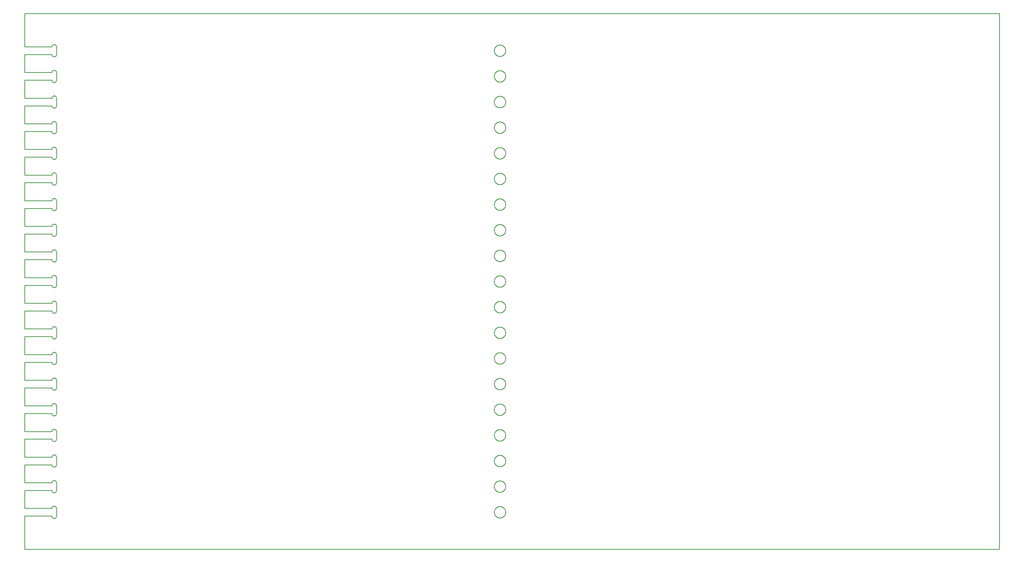
<source format=gbr>
G04 EAGLE Gerber RS-274X export*
G75*
%MOMM*%
%FSLAX34Y34*%
%LPD*%
%IN*%
%IPPOS*%
%AMOC8*
5,1,8,0,0,1.08239X$1,22.5*%
G01*
%ADD10C,0.254000*%


D10*
X0Y0D02*
X3415000Y0D01*
X3415000Y1880000D01*
X0Y1880000D01*
X0Y1763500D01*
X95000Y1763500D01*
X95030Y1764197D01*
X95122Y1764889D01*
X95273Y1765571D01*
X95482Y1766236D01*
X95750Y1766881D01*
X96072Y1767500D01*
X96447Y1768089D01*
X96872Y1768642D01*
X97343Y1769157D01*
X97858Y1769628D01*
X98411Y1770053D01*
X99000Y1770428D01*
X99619Y1770750D01*
X100264Y1771018D01*
X100929Y1771227D01*
X101611Y1771378D01*
X102303Y1771470D01*
X103000Y1771500D01*
X103697Y1771470D01*
X104389Y1771378D01*
X105071Y1771227D01*
X105736Y1771018D01*
X106381Y1770750D01*
X107000Y1770428D01*
X107589Y1770053D01*
X108142Y1769628D01*
X108657Y1769157D01*
X109128Y1768642D01*
X109553Y1768089D01*
X109928Y1767500D01*
X110250Y1766881D01*
X110518Y1766236D01*
X110727Y1765571D01*
X110878Y1764889D01*
X110970Y1764197D01*
X111000Y1763500D01*
X111000Y1736500D01*
X110970Y1735803D01*
X110878Y1735111D01*
X110727Y1734429D01*
X110518Y1733764D01*
X110250Y1733119D01*
X109928Y1732500D01*
X109553Y1731911D01*
X109128Y1731358D01*
X108657Y1730843D01*
X108142Y1730372D01*
X107589Y1729947D01*
X107000Y1729572D01*
X106381Y1729250D01*
X105736Y1728982D01*
X105071Y1728773D01*
X104389Y1728622D01*
X103697Y1728530D01*
X103000Y1728500D01*
X102303Y1728530D01*
X101611Y1728622D01*
X100929Y1728773D01*
X100264Y1728982D01*
X99619Y1729250D01*
X99000Y1729572D01*
X98411Y1729947D01*
X97858Y1730372D01*
X97343Y1730843D01*
X96872Y1731358D01*
X96447Y1731911D01*
X96072Y1732500D01*
X95750Y1733119D01*
X95482Y1733764D01*
X95273Y1734429D01*
X95122Y1735111D01*
X95030Y1735803D01*
X95000Y1736500D01*
X0Y1736500D01*
X0Y1673500D01*
X95000Y1673500D01*
X95030Y1674197D01*
X95122Y1674889D01*
X95273Y1675571D01*
X95482Y1676236D01*
X95750Y1676881D01*
X96072Y1677500D01*
X96447Y1678089D01*
X96872Y1678642D01*
X97343Y1679157D01*
X97858Y1679628D01*
X98411Y1680053D01*
X99000Y1680428D01*
X99619Y1680750D01*
X100264Y1681018D01*
X100929Y1681227D01*
X101611Y1681378D01*
X102303Y1681470D01*
X103000Y1681500D01*
X103697Y1681470D01*
X104389Y1681378D01*
X105071Y1681227D01*
X105736Y1681018D01*
X106381Y1680750D01*
X107000Y1680428D01*
X107589Y1680053D01*
X108142Y1679628D01*
X108657Y1679157D01*
X109128Y1678642D01*
X109553Y1678089D01*
X109928Y1677500D01*
X110250Y1676881D01*
X110518Y1676236D01*
X110727Y1675571D01*
X110878Y1674889D01*
X110970Y1674197D01*
X111000Y1673500D01*
X111000Y1646500D01*
X110970Y1645803D01*
X110878Y1645111D01*
X110727Y1644429D01*
X110518Y1643764D01*
X110250Y1643119D01*
X109928Y1642500D01*
X109553Y1641911D01*
X109128Y1641358D01*
X108657Y1640843D01*
X108142Y1640372D01*
X107589Y1639947D01*
X107000Y1639572D01*
X106381Y1639250D01*
X105736Y1638982D01*
X105071Y1638773D01*
X104389Y1638622D01*
X103697Y1638530D01*
X103000Y1638500D01*
X102303Y1638530D01*
X101611Y1638622D01*
X100929Y1638773D01*
X100264Y1638982D01*
X99619Y1639250D01*
X99000Y1639572D01*
X98411Y1639947D01*
X97858Y1640372D01*
X97343Y1640843D01*
X96872Y1641358D01*
X96447Y1641911D01*
X96072Y1642500D01*
X95750Y1643119D01*
X95482Y1643764D01*
X95273Y1644429D01*
X95122Y1645111D01*
X95030Y1645803D01*
X95000Y1646500D01*
X0Y1646500D01*
X0Y1583500D01*
X95000Y1583500D01*
X95030Y1584197D01*
X95122Y1584889D01*
X95273Y1585571D01*
X95482Y1586236D01*
X95750Y1586881D01*
X96072Y1587500D01*
X96447Y1588089D01*
X96872Y1588642D01*
X97343Y1589157D01*
X97858Y1589628D01*
X98411Y1590053D01*
X99000Y1590428D01*
X99619Y1590750D01*
X100264Y1591018D01*
X100929Y1591227D01*
X101611Y1591378D01*
X102303Y1591470D01*
X103000Y1591500D01*
X103697Y1591470D01*
X104389Y1591378D01*
X105071Y1591227D01*
X105736Y1591018D01*
X106381Y1590750D01*
X107000Y1590428D01*
X107589Y1590053D01*
X108142Y1589628D01*
X108657Y1589157D01*
X109128Y1588642D01*
X109553Y1588089D01*
X109928Y1587500D01*
X110250Y1586881D01*
X110518Y1586236D01*
X110727Y1585571D01*
X110878Y1584889D01*
X110970Y1584197D01*
X111000Y1583500D01*
X111000Y1556500D01*
X110970Y1555803D01*
X110878Y1555111D01*
X110727Y1554429D01*
X110518Y1553764D01*
X110250Y1553119D01*
X109928Y1552500D01*
X109553Y1551911D01*
X109128Y1551358D01*
X108657Y1550843D01*
X108142Y1550372D01*
X107589Y1549947D01*
X107000Y1549572D01*
X106381Y1549250D01*
X105736Y1548982D01*
X105071Y1548773D01*
X104389Y1548622D01*
X103697Y1548530D01*
X103000Y1548500D01*
X102303Y1548530D01*
X101611Y1548622D01*
X100929Y1548773D01*
X100264Y1548982D01*
X99619Y1549250D01*
X99000Y1549572D01*
X98411Y1549947D01*
X97858Y1550372D01*
X97343Y1550843D01*
X96872Y1551358D01*
X96447Y1551911D01*
X96072Y1552500D01*
X95750Y1553119D01*
X95482Y1553764D01*
X95273Y1554429D01*
X95122Y1555111D01*
X95030Y1555803D01*
X95000Y1556500D01*
X0Y1556500D01*
X0Y1493500D01*
X95000Y1493500D01*
X95030Y1494197D01*
X95122Y1494889D01*
X95273Y1495571D01*
X95482Y1496236D01*
X95750Y1496881D01*
X96072Y1497500D01*
X96447Y1498089D01*
X96872Y1498642D01*
X97343Y1499157D01*
X97858Y1499628D01*
X98411Y1500053D01*
X99000Y1500428D01*
X99619Y1500750D01*
X100264Y1501018D01*
X100929Y1501227D01*
X101611Y1501378D01*
X102303Y1501470D01*
X103000Y1501500D01*
X103697Y1501470D01*
X104389Y1501378D01*
X105071Y1501227D01*
X105736Y1501018D01*
X106381Y1500750D01*
X107000Y1500428D01*
X107589Y1500053D01*
X108142Y1499628D01*
X108657Y1499157D01*
X109128Y1498642D01*
X109553Y1498089D01*
X109928Y1497500D01*
X110250Y1496881D01*
X110518Y1496236D01*
X110727Y1495571D01*
X110878Y1494889D01*
X110970Y1494197D01*
X111000Y1493500D01*
X111000Y1466500D01*
X110970Y1465803D01*
X110878Y1465111D01*
X110727Y1464429D01*
X110518Y1463764D01*
X110250Y1463119D01*
X109928Y1462500D01*
X109553Y1461911D01*
X109128Y1461358D01*
X108657Y1460843D01*
X108142Y1460372D01*
X107589Y1459947D01*
X107000Y1459572D01*
X106381Y1459250D01*
X105736Y1458982D01*
X105071Y1458773D01*
X104389Y1458622D01*
X103697Y1458530D01*
X103000Y1458500D01*
X102303Y1458530D01*
X101611Y1458622D01*
X100929Y1458773D01*
X100264Y1458982D01*
X99619Y1459250D01*
X99000Y1459572D01*
X98411Y1459947D01*
X97858Y1460372D01*
X97343Y1460843D01*
X96872Y1461358D01*
X96447Y1461911D01*
X96072Y1462500D01*
X95750Y1463119D01*
X95482Y1463764D01*
X95273Y1464429D01*
X95122Y1465111D01*
X95030Y1465803D01*
X95000Y1466500D01*
X0Y1466500D01*
X0Y1403500D01*
X95000Y1403500D01*
X95030Y1404197D01*
X95122Y1404889D01*
X95273Y1405571D01*
X95482Y1406236D01*
X95750Y1406881D01*
X96072Y1407500D01*
X96447Y1408089D01*
X96872Y1408642D01*
X97343Y1409157D01*
X97858Y1409628D01*
X98411Y1410053D01*
X99000Y1410428D01*
X99619Y1410750D01*
X100264Y1411018D01*
X100929Y1411227D01*
X101611Y1411378D01*
X102303Y1411470D01*
X103000Y1411500D01*
X103697Y1411470D01*
X104389Y1411378D01*
X105071Y1411227D01*
X105736Y1411018D01*
X106381Y1410750D01*
X107000Y1410428D01*
X107589Y1410053D01*
X108142Y1409628D01*
X108657Y1409157D01*
X109128Y1408642D01*
X109553Y1408089D01*
X109928Y1407500D01*
X110250Y1406881D01*
X110518Y1406236D01*
X110727Y1405571D01*
X110878Y1404889D01*
X110970Y1404197D01*
X111000Y1403500D01*
X111000Y1376500D01*
X110970Y1375803D01*
X110878Y1375111D01*
X110727Y1374429D01*
X110518Y1373764D01*
X110250Y1373119D01*
X109928Y1372500D01*
X109553Y1371911D01*
X109128Y1371358D01*
X108657Y1370843D01*
X108142Y1370372D01*
X107589Y1369947D01*
X107000Y1369572D01*
X106381Y1369250D01*
X105736Y1368982D01*
X105071Y1368773D01*
X104389Y1368622D01*
X103697Y1368530D01*
X103000Y1368500D01*
X102303Y1368530D01*
X101611Y1368622D01*
X100929Y1368773D01*
X100264Y1368982D01*
X99619Y1369250D01*
X99000Y1369572D01*
X98411Y1369947D01*
X97858Y1370372D01*
X97343Y1370843D01*
X96872Y1371358D01*
X96447Y1371911D01*
X96072Y1372500D01*
X95750Y1373119D01*
X95482Y1373764D01*
X95273Y1374429D01*
X95122Y1375111D01*
X95030Y1375803D01*
X95000Y1376500D01*
X0Y1376500D01*
X0Y1313500D01*
X95000Y1313500D01*
X95030Y1314197D01*
X95122Y1314889D01*
X95273Y1315571D01*
X95482Y1316236D01*
X95750Y1316881D01*
X96072Y1317500D01*
X96447Y1318089D01*
X96872Y1318642D01*
X97343Y1319157D01*
X97858Y1319628D01*
X98411Y1320053D01*
X99000Y1320428D01*
X99619Y1320750D01*
X100264Y1321018D01*
X100929Y1321227D01*
X101611Y1321378D01*
X102303Y1321470D01*
X103000Y1321500D01*
X103697Y1321470D01*
X104389Y1321378D01*
X105071Y1321227D01*
X105736Y1321018D01*
X106381Y1320750D01*
X107000Y1320428D01*
X107589Y1320053D01*
X108142Y1319628D01*
X108657Y1319157D01*
X109128Y1318642D01*
X109553Y1318089D01*
X109928Y1317500D01*
X110250Y1316881D01*
X110518Y1316236D01*
X110727Y1315571D01*
X110878Y1314889D01*
X110970Y1314197D01*
X111000Y1313500D01*
X111000Y1286500D01*
X110970Y1285803D01*
X110878Y1285111D01*
X110727Y1284429D01*
X110518Y1283764D01*
X110250Y1283119D01*
X109928Y1282500D01*
X109553Y1281911D01*
X109128Y1281358D01*
X108657Y1280843D01*
X108142Y1280372D01*
X107589Y1279947D01*
X107000Y1279572D01*
X106381Y1279250D01*
X105736Y1278982D01*
X105071Y1278773D01*
X104389Y1278622D01*
X103697Y1278530D01*
X103000Y1278500D01*
X102303Y1278530D01*
X101611Y1278622D01*
X100929Y1278773D01*
X100264Y1278982D01*
X99619Y1279250D01*
X99000Y1279572D01*
X98411Y1279947D01*
X97858Y1280372D01*
X97343Y1280843D01*
X96872Y1281358D01*
X96447Y1281911D01*
X96072Y1282500D01*
X95750Y1283119D01*
X95482Y1283764D01*
X95273Y1284429D01*
X95122Y1285111D01*
X95030Y1285803D01*
X95000Y1286500D01*
X0Y1286500D01*
X0Y1223500D01*
X95000Y1223500D01*
X95030Y1224197D01*
X95122Y1224889D01*
X95273Y1225571D01*
X95482Y1226236D01*
X95750Y1226881D01*
X96072Y1227500D01*
X96447Y1228089D01*
X96872Y1228642D01*
X97343Y1229157D01*
X97858Y1229628D01*
X98411Y1230053D01*
X99000Y1230428D01*
X99619Y1230750D01*
X100264Y1231018D01*
X100929Y1231227D01*
X101611Y1231378D01*
X102303Y1231470D01*
X103000Y1231500D01*
X103697Y1231470D01*
X104389Y1231378D01*
X105071Y1231227D01*
X105736Y1231018D01*
X106381Y1230750D01*
X107000Y1230428D01*
X107589Y1230053D01*
X108142Y1229628D01*
X108657Y1229157D01*
X109128Y1228642D01*
X109553Y1228089D01*
X109928Y1227500D01*
X110250Y1226881D01*
X110518Y1226236D01*
X110727Y1225571D01*
X110878Y1224889D01*
X110970Y1224197D01*
X111000Y1223500D01*
X111000Y1196500D01*
X110970Y1195803D01*
X110878Y1195111D01*
X110727Y1194429D01*
X110518Y1193764D01*
X110250Y1193119D01*
X109928Y1192500D01*
X109553Y1191911D01*
X109128Y1191358D01*
X108657Y1190843D01*
X108142Y1190372D01*
X107589Y1189947D01*
X107000Y1189572D01*
X106381Y1189250D01*
X105736Y1188982D01*
X105071Y1188773D01*
X104389Y1188622D01*
X103697Y1188530D01*
X103000Y1188500D01*
X102303Y1188530D01*
X101611Y1188622D01*
X100929Y1188773D01*
X100264Y1188982D01*
X99619Y1189250D01*
X99000Y1189572D01*
X98411Y1189947D01*
X97858Y1190372D01*
X97343Y1190843D01*
X96872Y1191358D01*
X96447Y1191911D01*
X96072Y1192500D01*
X95750Y1193119D01*
X95482Y1193764D01*
X95273Y1194429D01*
X95122Y1195111D01*
X95030Y1195803D01*
X95000Y1196500D01*
X0Y1196500D01*
X0Y1133500D01*
X95000Y1133500D01*
X95030Y1134197D01*
X95122Y1134889D01*
X95273Y1135571D01*
X95482Y1136236D01*
X95750Y1136881D01*
X96072Y1137500D01*
X96447Y1138089D01*
X96872Y1138642D01*
X97343Y1139157D01*
X97858Y1139628D01*
X98411Y1140053D01*
X99000Y1140428D01*
X99619Y1140750D01*
X100264Y1141018D01*
X100929Y1141227D01*
X101611Y1141378D01*
X102303Y1141470D01*
X103000Y1141500D01*
X103697Y1141470D01*
X104389Y1141378D01*
X105071Y1141227D01*
X105736Y1141018D01*
X106381Y1140750D01*
X107000Y1140428D01*
X107589Y1140053D01*
X108142Y1139628D01*
X108657Y1139157D01*
X109128Y1138642D01*
X109553Y1138089D01*
X109928Y1137500D01*
X110250Y1136881D01*
X110518Y1136236D01*
X110727Y1135571D01*
X110878Y1134889D01*
X110970Y1134197D01*
X111000Y1133500D01*
X111000Y1106500D01*
X110970Y1105803D01*
X110878Y1105111D01*
X110727Y1104429D01*
X110518Y1103764D01*
X110250Y1103119D01*
X109928Y1102500D01*
X109553Y1101911D01*
X109128Y1101358D01*
X108657Y1100843D01*
X108142Y1100372D01*
X107589Y1099947D01*
X107000Y1099572D01*
X106381Y1099250D01*
X105736Y1098982D01*
X105071Y1098773D01*
X104389Y1098622D01*
X103697Y1098530D01*
X103000Y1098500D01*
X102303Y1098530D01*
X101611Y1098622D01*
X100929Y1098773D01*
X100264Y1098982D01*
X99619Y1099250D01*
X99000Y1099572D01*
X98411Y1099947D01*
X97858Y1100372D01*
X97343Y1100843D01*
X96872Y1101358D01*
X96447Y1101911D01*
X96072Y1102500D01*
X95750Y1103119D01*
X95482Y1103764D01*
X95273Y1104429D01*
X95122Y1105111D01*
X95030Y1105803D01*
X95000Y1106500D01*
X0Y1106500D01*
X0Y1043500D01*
X95000Y1043500D01*
X95030Y1044197D01*
X95122Y1044889D01*
X95273Y1045571D01*
X95482Y1046236D01*
X95750Y1046881D01*
X96072Y1047500D01*
X96447Y1048089D01*
X96872Y1048642D01*
X97343Y1049157D01*
X97858Y1049628D01*
X98411Y1050053D01*
X99000Y1050428D01*
X99619Y1050750D01*
X100264Y1051018D01*
X100929Y1051227D01*
X101611Y1051378D01*
X102303Y1051470D01*
X103000Y1051500D01*
X103697Y1051470D01*
X104389Y1051378D01*
X105071Y1051227D01*
X105736Y1051018D01*
X106381Y1050750D01*
X107000Y1050428D01*
X107589Y1050053D01*
X108142Y1049628D01*
X108657Y1049157D01*
X109128Y1048642D01*
X109553Y1048089D01*
X109928Y1047500D01*
X110250Y1046881D01*
X110518Y1046236D01*
X110727Y1045571D01*
X110878Y1044889D01*
X110970Y1044197D01*
X111000Y1043500D01*
X111000Y1016500D01*
X110970Y1015803D01*
X110878Y1015111D01*
X110727Y1014429D01*
X110518Y1013764D01*
X110250Y1013119D01*
X109928Y1012500D01*
X109553Y1011911D01*
X109128Y1011358D01*
X108657Y1010843D01*
X108142Y1010372D01*
X107589Y1009947D01*
X107000Y1009572D01*
X106381Y1009250D01*
X105736Y1008982D01*
X105071Y1008773D01*
X104389Y1008622D01*
X103697Y1008530D01*
X103000Y1008500D01*
X102303Y1008530D01*
X101611Y1008622D01*
X100929Y1008773D01*
X100264Y1008982D01*
X99619Y1009250D01*
X99000Y1009572D01*
X98411Y1009947D01*
X97858Y1010372D01*
X97343Y1010843D01*
X96872Y1011358D01*
X96447Y1011911D01*
X96072Y1012500D01*
X95750Y1013119D01*
X95482Y1013764D01*
X95273Y1014429D01*
X95122Y1015111D01*
X95030Y1015803D01*
X95000Y1016500D01*
X0Y1016500D01*
X0Y953500D01*
X95000Y953500D01*
X95030Y954197D01*
X95122Y954889D01*
X95273Y955571D01*
X95482Y956236D01*
X95750Y956881D01*
X96072Y957500D01*
X96447Y958089D01*
X96872Y958642D01*
X97343Y959157D01*
X97858Y959628D01*
X98411Y960053D01*
X99000Y960428D01*
X99619Y960750D01*
X100264Y961018D01*
X100929Y961227D01*
X101611Y961378D01*
X102303Y961470D01*
X103000Y961500D01*
X103697Y961470D01*
X104389Y961378D01*
X105071Y961227D01*
X105736Y961018D01*
X106381Y960750D01*
X107000Y960428D01*
X107589Y960053D01*
X108142Y959628D01*
X108657Y959157D01*
X109128Y958642D01*
X109553Y958089D01*
X109928Y957500D01*
X110250Y956881D01*
X110518Y956236D01*
X110727Y955571D01*
X110878Y954889D01*
X110970Y954197D01*
X111000Y953500D01*
X111000Y926500D01*
X110970Y925803D01*
X110878Y925111D01*
X110727Y924429D01*
X110518Y923764D01*
X110250Y923119D01*
X109928Y922500D01*
X109553Y921911D01*
X109128Y921358D01*
X108657Y920843D01*
X108142Y920372D01*
X107589Y919947D01*
X107000Y919572D01*
X106381Y919250D01*
X105736Y918982D01*
X105071Y918773D01*
X104389Y918622D01*
X103697Y918530D01*
X103000Y918500D01*
X102303Y918530D01*
X101611Y918622D01*
X100929Y918773D01*
X100264Y918982D01*
X99619Y919250D01*
X99000Y919572D01*
X98411Y919947D01*
X97858Y920372D01*
X97343Y920843D01*
X96872Y921358D01*
X96447Y921911D01*
X96072Y922500D01*
X95750Y923119D01*
X95482Y923764D01*
X95273Y924429D01*
X95122Y925111D01*
X95030Y925803D01*
X95000Y926500D01*
X0Y926500D01*
X0Y863500D01*
X95000Y863500D01*
X95030Y864197D01*
X95122Y864889D01*
X95273Y865571D01*
X95482Y866236D01*
X95750Y866881D01*
X96072Y867500D01*
X96447Y868089D01*
X96872Y868642D01*
X97343Y869157D01*
X97858Y869628D01*
X98411Y870053D01*
X99000Y870428D01*
X99619Y870750D01*
X100264Y871018D01*
X100929Y871227D01*
X101611Y871378D01*
X102303Y871470D01*
X103000Y871500D01*
X103697Y871470D01*
X104389Y871378D01*
X105071Y871227D01*
X105736Y871018D01*
X106381Y870750D01*
X107000Y870428D01*
X107589Y870053D01*
X108142Y869628D01*
X108657Y869157D01*
X109128Y868642D01*
X109553Y868089D01*
X109928Y867500D01*
X110250Y866881D01*
X110518Y866236D01*
X110727Y865571D01*
X110878Y864889D01*
X110970Y864197D01*
X111000Y863500D01*
X111000Y836500D01*
X110970Y835803D01*
X110878Y835111D01*
X110727Y834429D01*
X110518Y833764D01*
X110250Y833119D01*
X109928Y832500D01*
X109553Y831911D01*
X109128Y831358D01*
X108657Y830843D01*
X108142Y830372D01*
X107589Y829947D01*
X107000Y829572D01*
X106381Y829250D01*
X105736Y828982D01*
X105071Y828773D01*
X104389Y828622D01*
X103697Y828530D01*
X103000Y828500D01*
X102303Y828530D01*
X101611Y828622D01*
X100929Y828773D01*
X100264Y828982D01*
X99619Y829250D01*
X99000Y829572D01*
X98411Y829947D01*
X97858Y830372D01*
X97343Y830843D01*
X96872Y831358D01*
X96447Y831911D01*
X96072Y832500D01*
X95750Y833119D01*
X95482Y833764D01*
X95273Y834429D01*
X95122Y835111D01*
X95030Y835803D01*
X95000Y836500D01*
X0Y836500D01*
X0Y773500D01*
X95000Y773500D01*
X95030Y774197D01*
X95122Y774889D01*
X95273Y775571D01*
X95482Y776236D01*
X95750Y776881D01*
X96072Y777500D01*
X96447Y778089D01*
X96872Y778642D01*
X97343Y779157D01*
X97858Y779628D01*
X98411Y780053D01*
X99000Y780428D01*
X99619Y780750D01*
X100264Y781018D01*
X100929Y781227D01*
X101611Y781378D01*
X102303Y781470D01*
X103000Y781500D01*
X103697Y781470D01*
X104389Y781378D01*
X105071Y781227D01*
X105736Y781018D01*
X106381Y780750D01*
X107000Y780428D01*
X107589Y780053D01*
X108142Y779628D01*
X108657Y779157D01*
X109128Y778642D01*
X109553Y778089D01*
X109928Y777500D01*
X110250Y776881D01*
X110518Y776236D01*
X110727Y775571D01*
X110878Y774889D01*
X110970Y774197D01*
X111000Y773500D01*
X111000Y746500D01*
X110970Y745803D01*
X110878Y745111D01*
X110727Y744429D01*
X110518Y743764D01*
X110250Y743119D01*
X109928Y742500D01*
X109553Y741911D01*
X109128Y741358D01*
X108657Y740843D01*
X108142Y740372D01*
X107589Y739947D01*
X107000Y739572D01*
X106381Y739250D01*
X105736Y738982D01*
X105071Y738773D01*
X104389Y738622D01*
X103697Y738530D01*
X103000Y738500D01*
X102303Y738530D01*
X101611Y738622D01*
X100929Y738773D01*
X100264Y738982D01*
X99619Y739250D01*
X99000Y739572D01*
X98411Y739947D01*
X97858Y740372D01*
X97343Y740843D01*
X96872Y741358D01*
X96447Y741911D01*
X96072Y742500D01*
X95750Y743119D01*
X95482Y743764D01*
X95273Y744429D01*
X95122Y745111D01*
X95030Y745803D01*
X95000Y746500D01*
X0Y746500D01*
X0Y683500D01*
X95000Y683500D01*
X95030Y684197D01*
X95122Y684889D01*
X95273Y685571D01*
X95482Y686236D01*
X95750Y686881D01*
X96072Y687500D01*
X96447Y688089D01*
X96872Y688642D01*
X97343Y689157D01*
X97858Y689628D01*
X98411Y690053D01*
X99000Y690428D01*
X99619Y690750D01*
X100264Y691018D01*
X100929Y691227D01*
X101611Y691378D01*
X102303Y691470D01*
X103000Y691500D01*
X103697Y691470D01*
X104389Y691378D01*
X105071Y691227D01*
X105736Y691018D01*
X106381Y690750D01*
X107000Y690428D01*
X107589Y690053D01*
X108142Y689628D01*
X108657Y689157D01*
X109128Y688642D01*
X109553Y688089D01*
X109928Y687500D01*
X110250Y686881D01*
X110518Y686236D01*
X110727Y685571D01*
X110878Y684889D01*
X110970Y684197D01*
X111000Y683500D01*
X111000Y656500D01*
X110970Y655803D01*
X110878Y655111D01*
X110727Y654429D01*
X110518Y653764D01*
X110250Y653119D01*
X109928Y652500D01*
X109553Y651911D01*
X109128Y651358D01*
X108657Y650843D01*
X108142Y650372D01*
X107589Y649947D01*
X107000Y649572D01*
X106381Y649250D01*
X105736Y648982D01*
X105071Y648773D01*
X104389Y648622D01*
X103697Y648530D01*
X103000Y648500D01*
X102303Y648530D01*
X101611Y648622D01*
X100929Y648773D01*
X100264Y648982D01*
X99619Y649250D01*
X99000Y649572D01*
X98411Y649947D01*
X97858Y650372D01*
X97343Y650843D01*
X96872Y651358D01*
X96447Y651911D01*
X96072Y652500D01*
X95750Y653119D01*
X95482Y653764D01*
X95273Y654429D01*
X95122Y655111D01*
X95030Y655803D01*
X95000Y656500D01*
X0Y656500D01*
X0Y593500D01*
X95000Y593500D01*
X95030Y594197D01*
X95122Y594889D01*
X95273Y595571D01*
X95482Y596236D01*
X95750Y596881D01*
X96072Y597500D01*
X96447Y598089D01*
X96872Y598642D01*
X97343Y599157D01*
X97858Y599628D01*
X98411Y600053D01*
X99000Y600428D01*
X99619Y600750D01*
X100264Y601018D01*
X100929Y601227D01*
X101611Y601378D01*
X102303Y601470D01*
X103000Y601500D01*
X103697Y601470D01*
X104389Y601378D01*
X105071Y601227D01*
X105736Y601018D01*
X106381Y600750D01*
X107000Y600428D01*
X107589Y600053D01*
X108142Y599628D01*
X108657Y599157D01*
X109128Y598642D01*
X109553Y598089D01*
X109928Y597500D01*
X110250Y596881D01*
X110518Y596236D01*
X110727Y595571D01*
X110878Y594889D01*
X110970Y594197D01*
X111000Y593500D01*
X111000Y566500D01*
X110970Y565803D01*
X110878Y565111D01*
X110727Y564429D01*
X110518Y563764D01*
X110250Y563119D01*
X109928Y562500D01*
X109553Y561911D01*
X109128Y561358D01*
X108657Y560843D01*
X108142Y560372D01*
X107589Y559947D01*
X107000Y559572D01*
X106381Y559250D01*
X105736Y558982D01*
X105071Y558773D01*
X104389Y558622D01*
X103697Y558530D01*
X103000Y558500D01*
X102303Y558530D01*
X101611Y558622D01*
X100929Y558773D01*
X100264Y558982D01*
X99619Y559250D01*
X99000Y559572D01*
X98411Y559947D01*
X97858Y560372D01*
X97343Y560843D01*
X96872Y561358D01*
X96447Y561911D01*
X96072Y562500D01*
X95750Y563119D01*
X95482Y563764D01*
X95273Y564429D01*
X95122Y565111D01*
X95030Y565803D01*
X95000Y566500D01*
X0Y566500D01*
X0Y503500D01*
X95000Y503500D01*
X95030Y504197D01*
X95122Y504889D01*
X95273Y505571D01*
X95482Y506236D01*
X95750Y506881D01*
X96072Y507500D01*
X96447Y508089D01*
X96872Y508642D01*
X97343Y509157D01*
X97858Y509628D01*
X98411Y510053D01*
X99000Y510428D01*
X99619Y510750D01*
X100264Y511018D01*
X100929Y511227D01*
X101611Y511378D01*
X102303Y511470D01*
X103000Y511500D01*
X103697Y511470D01*
X104389Y511378D01*
X105071Y511227D01*
X105736Y511018D01*
X106381Y510750D01*
X107000Y510428D01*
X107589Y510053D01*
X108142Y509628D01*
X108657Y509157D01*
X109128Y508642D01*
X109553Y508089D01*
X109928Y507500D01*
X110250Y506881D01*
X110518Y506236D01*
X110727Y505571D01*
X110878Y504889D01*
X110970Y504197D01*
X111000Y503500D01*
X111000Y476500D01*
X110970Y475803D01*
X110878Y475111D01*
X110727Y474429D01*
X110518Y473764D01*
X110250Y473119D01*
X109928Y472500D01*
X109553Y471911D01*
X109128Y471358D01*
X108657Y470843D01*
X108142Y470372D01*
X107589Y469947D01*
X107000Y469572D01*
X106381Y469250D01*
X105736Y468982D01*
X105071Y468773D01*
X104389Y468622D01*
X103697Y468530D01*
X103000Y468500D01*
X102303Y468530D01*
X101611Y468622D01*
X100929Y468773D01*
X100264Y468982D01*
X99619Y469250D01*
X99000Y469572D01*
X98411Y469947D01*
X97858Y470372D01*
X97343Y470843D01*
X96872Y471358D01*
X96447Y471911D01*
X96072Y472500D01*
X95750Y473119D01*
X95482Y473764D01*
X95273Y474429D01*
X95122Y475111D01*
X95030Y475803D01*
X95000Y476500D01*
X0Y476500D01*
X0Y413500D01*
X95000Y413500D01*
X95030Y414197D01*
X95122Y414889D01*
X95273Y415571D01*
X95482Y416236D01*
X95750Y416881D01*
X96072Y417500D01*
X96447Y418089D01*
X96872Y418642D01*
X97343Y419157D01*
X97858Y419628D01*
X98411Y420053D01*
X99000Y420428D01*
X99619Y420750D01*
X100264Y421018D01*
X100929Y421227D01*
X101611Y421378D01*
X102303Y421470D01*
X103000Y421500D01*
X103697Y421470D01*
X104389Y421378D01*
X105071Y421227D01*
X105736Y421018D01*
X106381Y420750D01*
X107000Y420428D01*
X107589Y420053D01*
X108142Y419628D01*
X108657Y419157D01*
X109128Y418642D01*
X109553Y418089D01*
X109928Y417500D01*
X110250Y416881D01*
X110518Y416236D01*
X110727Y415571D01*
X110878Y414889D01*
X110970Y414197D01*
X111000Y413500D01*
X111000Y386500D01*
X110970Y385803D01*
X110878Y385111D01*
X110727Y384429D01*
X110518Y383764D01*
X110250Y383119D01*
X109928Y382500D01*
X109553Y381911D01*
X109128Y381358D01*
X108657Y380843D01*
X108142Y380372D01*
X107589Y379947D01*
X107000Y379572D01*
X106381Y379250D01*
X105736Y378982D01*
X105071Y378773D01*
X104389Y378622D01*
X103697Y378530D01*
X103000Y378500D01*
X102303Y378530D01*
X101611Y378622D01*
X100929Y378773D01*
X100264Y378982D01*
X99619Y379250D01*
X99000Y379572D01*
X98411Y379947D01*
X97858Y380372D01*
X97343Y380843D01*
X96872Y381358D01*
X96447Y381911D01*
X96072Y382500D01*
X95750Y383119D01*
X95482Y383764D01*
X95273Y384429D01*
X95122Y385111D01*
X95030Y385803D01*
X95000Y386500D01*
X0Y386500D01*
X0Y323500D01*
X95000Y323500D01*
X95030Y324197D01*
X95122Y324889D01*
X95273Y325571D01*
X95482Y326236D01*
X95750Y326881D01*
X96072Y327500D01*
X96447Y328089D01*
X96872Y328642D01*
X97343Y329157D01*
X97858Y329628D01*
X98411Y330053D01*
X99000Y330428D01*
X99619Y330750D01*
X100264Y331018D01*
X100929Y331227D01*
X101611Y331378D01*
X102303Y331470D01*
X103000Y331500D01*
X103697Y331470D01*
X104389Y331378D01*
X105071Y331227D01*
X105736Y331018D01*
X106381Y330750D01*
X107000Y330428D01*
X107589Y330053D01*
X108142Y329628D01*
X108657Y329157D01*
X109128Y328642D01*
X109553Y328089D01*
X109928Y327500D01*
X110250Y326881D01*
X110518Y326236D01*
X110727Y325571D01*
X110878Y324889D01*
X110970Y324197D01*
X111000Y323500D01*
X111000Y296500D01*
X110970Y295803D01*
X110878Y295111D01*
X110727Y294429D01*
X110518Y293764D01*
X110250Y293119D01*
X109928Y292500D01*
X109553Y291911D01*
X109128Y291358D01*
X108657Y290843D01*
X108142Y290372D01*
X107589Y289947D01*
X107000Y289572D01*
X106381Y289250D01*
X105736Y288982D01*
X105071Y288773D01*
X104389Y288622D01*
X103697Y288530D01*
X103000Y288500D01*
X102303Y288530D01*
X101611Y288622D01*
X100929Y288773D01*
X100264Y288982D01*
X99619Y289250D01*
X99000Y289572D01*
X98411Y289947D01*
X97858Y290372D01*
X97343Y290843D01*
X96872Y291358D01*
X96447Y291911D01*
X96072Y292500D01*
X95750Y293119D01*
X95482Y293764D01*
X95273Y294429D01*
X95122Y295111D01*
X95030Y295803D01*
X95000Y296500D01*
X0Y296500D01*
X0Y233500D01*
X95000Y233500D01*
X95030Y234197D01*
X95122Y234889D01*
X95273Y235571D01*
X95482Y236236D01*
X95750Y236881D01*
X96072Y237500D01*
X96447Y238089D01*
X96872Y238642D01*
X97343Y239157D01*
X97858Y239628D01*
X98411Y240053D01*
X99000Y240428D01*
X99619Y240750D01*
X100264Y241018D01*
X100929Y241227D01*
X101611Y241378D01*
X102303Y241470D01*
X103000Y241500D01*
X103697Y241470D01*
X104389Y241378D01*
X105071Y241227D01*
X105736Y241018D01*
X106381Y240750D01*
X107000Y240428D01*
X107589Y240053D01*
X108142Y239628D01*
X108657Y239157D01*
X109128Y238642D01*
X109553Y238089D01*
X109928Y237500D01*
X110250Y236881D01*
X110518Y236236D01*
X110727Y235571D01*
X110878Y234889D01*
X110970Y234197D01*
X111000Y233500D01*
X111000Y206500D01*
X110970Y205803D01*
X110878Y205111D01*
X110727Y204429D01*
X110518Y203764D01*
X110250Y203119D01*
X109928Y202500D01*
X109553Y201911D01*
X109128Y201358D01*
X108657Y200843D01*
X108142Y200372D01*
X107589Y199947D01*
X107000Y199572D01*
X106381Y199250D01*
X105736Y198982D01*
X105071Y198773D01*
X104389Y198622D01*
X103697Y198530D01*
X103000Y198500D01*
X102303Y198530D01*
X101611Y198622D01*
X100929Y198773D01*
X100264Y198982D01*
X99619Y199250D01*
X99000Y199572D01*
X98411Y199947D01*
X97858Y200372D01*
X97343Y200843D01*
X96872Y201358D01*
X96447Y201911D01*
X96072Y202500D01*
X95750Y203119D01*
X95482Y203764D01*
X95273Y204429D01*
X95122Y205111D01*
X95030Y205803D01*
X95000Y206500D01*
X0Y206500D01*
X0Y143500D01*
X95000Y143500D01*
X95030Y144197D01*
X95122Y144889D01*
X95273Y145571D01*
X95482Y146236D01*
X95750Y146881D01*
X96072Y147500D01*
X96447Y148089D01*
X96872Y148642D01*
X97343Y149157D01*
X97858Y149628D01*
X98411Y150053D01*
X99000Y150428D01*
X99619Y150750D01*
X100264Y151018D01*
X100929Y151227D01*
X101611Y151378D01*
X102303Y151470D01*
X103000Y151500D01*
X103697Y151470D01*
X104389Y151378D01*
X105071Y151227D01*
X105736Y151018D01*
X106381Y150750D01*
X107000Y150428D01*
X107589Y150053D01*
X108142Y149628D01*
X108657Y149157D01*
X109128Y148642D01*
X109553Y148089D01*
X109928Y147500D01*
X110250Y146881D01*
X110518Y146236D01*
X110727Y145571D01*
X110878Y144889D01*
X110970Y144197D01*
X111000Y143500D01*
X111000Y116500D01*
X110970Y115803D01*
X110878Y115111D01*
X110727Y114429D01*
X110518Y113764D01*
X110250Y113119D01*
X109928Y112500D01*
X109553Y111911D01*
X109128Y111358D01*
X108657Y110843D01*
X108142Y110372D01*
X107589Y109947D01*
X107000Y109572D01*
X106381Y109250D01*
X105736Y108982D01*
X105071Y108773D01*
X104389Y108622D01*
X103697Y108530D01*
X103000Y108500D01*
X102303Y108530D01*
X101611Y108622D01*
X100929Y108773D01*
X100264Y108982D01*
X99619Y109250D01*
X99000Y109572D01*
X98411Y109947D01*
X97858Y110372D01*
X97343Y110843D01*
X96872Y111358D01*
X96447Y111911D01*
X96072Y112500D01*
X95750Y113119D01*
X95482Y113764D01*
X95273Y114429D01*
X95122Y115111D01*
X95030Y115803D01*
X95000Y116500D01*
X0Y116500D01*
X0Y0D01*
X1685000Y669396D02*
X1684927Y668189D01*
X1684781Y666989D01*
X1684563Y665800D01*
X1684274Y664627D01*
X1683915Y663473D01*
X1683486Y662343D01*
X1682990Y661241D01*
X1682428Y660170D01*
X1681803Y659136D01*
X1681116Y658141D01*
X1680371Y657190D01*
X1679569Y656285D01*
X1678715Y655431D01*
X1677810Y654629D01*
X1676859Y653884D01*
X1675864Y653197D01*
X1674830Y652572D01*
X1673759Y652010D01*
X1672657Y651514D01*
X1671527Y651085D01*
X1670373Y650726D01*
X1669200Y650437D01*
X1668011Y650219D01*
X1666811Y650073D01*
X1665604Y650000D01*
X1664396Y650000D01*
X1663189Y650073D01*
X1661989Y650219D01*
X1660800Y650437D01*
X1659627Y650726D01*
X1658473Y651085D01*
X1657343Y651514D01*
X1656241Y652010D01*
X1655170Y652572D01*
X1654136Y653197D01*
X1653141Y653884D01*
X1652190Y654629D01*
X1651285Y655431D01*
X1650431Y656285D01*
X1649629Y657190D01*
X1648884Y658141D01*
X1648197Y659136D01*
X1647572Y660170D01*
X1647010Y661241D01*
X1646514Y662343D01*
X1646085Y663473D01*
X1645726Y664627D01*
X1645437Y665800D01*
X1645219Y666989D01*
X1645073Y668189D01*
X1645000Y669396D01*
X1645000Y670604D01*
X1645073Y671811D01*
X1645219Y673011D01*
X1645437Y674200D01*
X1645726Y675373D01*
X1646085Y676527D01*
X1646514Y677657D01*
X1647010Y678759D01*
X1647572Y679830D01*
X1648197Y680864D01*
X1648884Y681859D01*
X1649629Y682810D01*
X1650431Y683715D01*
X1651285Y684569D01*
X1652190Y685371D01*
X1653141Y686116D01*
X1654136Y686803D01*
X1655170Y687428D01*
X1656241Y687990D01*
X1657343Y688486D01*
X1658473Y688915D01*
X1659627Y689274D01*
X1660800Y689563D01*
X1661989Y689781D01*
X1663189Y689927D01*
X1664396Y690000D01*
X1665604Y690000D01*
X1666811Y689927D01*
X1668011Y689781D01*
X1669200Y689563D01*
X1670373Y689274D01*
X1671527Y688915D01*
X1672657Y688486D01*
X1673759Y687990D01*
X1674830Y687428D01*
X1675864Y686803D01*
X1676859Y686116D01*
X1677810Y685371D01*
X1678715Y684569D01*
X1679569Y683715D01*
X1680371Y682810D01*
X1681116Y681859D01*
X1681803Y680864D01*
X1682428Y679830D01*
X1682990Y678759D01*
X1683486Y677657D01*
X1683915Y676527D01*
X1684274Y675373D01*
X1684563Y674200D01*
X1684781Y673011D01*
X1684927Y671811D01*
X1685000Y670604D01*
X1685000Y669396D01*
X1685000Y1299396D02*
X1684927Y1298189D01*
X1684781Y1296989D01*
X1684563Y1295800D01*
X1684274Y1294627D01*
X1683915Y1293473D01*
X1683486Y1292343D01*
X1682990Y1291241D01*
X1682428Y1290170D01*
X1681803Y1289136D01*
X1681116Y1288141D01*
X1680371Y1287190D01*
X1679569Y1286285D01*
X1678715Y1285431D01*
X1677810Y1284629D01*
X1676859Y1283884D01*
X1675864Y1283197D01*
X1674830Y1282572D01*
X1673759Y1282010D01*
X1672657Y1281514D01*
X1671527Y1281085D01*
X1670373Y1280726D01*
X1669200Y1280437D01*
X1668011Y1280219D01*
X1666811Y1280073D01*
X1665604Y1280000D01*
X1664396Y1280000D01*
X1663189Y1280073D01*
X1661989Y1280219D01*
X1660800Y1280437D01*
X1659627Y1280726D01*
X1658473Y1281085D01*
X1657343Y1281514D01*
X1656241Y1282010D01*
X1655170Y1282572D01*
X1654136Y1283197D01*
X1653141Y1283884D01*
X1652190Y1284629D01*
X1651285Y1285431D01*
X1650431Y1286285D01*
X1649629Y1287190D01*
X1648884Y1288141D01*
X1648197Y1289136D01*
X1647572Y1290170D01*
X1647010Y1291241D01*
X1646514Y1292343D01*
X1646085Y1293473D01*
X1645726Y1294627D01*
X1645437Y1295800D01*
X1645219Y1296989D01*
X1645073Y1298189D01*
X1645000Y1299396D01*
X1645000Y1300604D01*
X1645073Y1301811D01*
X1645219Y1303011D01*
X1645437Y1304200D01*
X1645726Y1305373D01*
X1646085Y1306527D01*
X1646514Y1307657D01*
X1647010Y1308759D01*
X1647572Y1309830D01*
X1648197Y1310864D01*
X1648884Y1311859D01*
X1649629Y1312810D01*
X1650431Y1313715D01*
X1651285Y1314569D01*
X1652190Y1315371D01*
X1653141Y1316116D01*
X1654136Y1316803D01*
X1655170Y1317428D01*
X1656241Y1317990D01*
X1657343Y1318486D01*
X1658473Y1318915D01*
X1659627Y1319274D01*
X1660800Y1319563D01*
X1661989Y1319781D01*
X1663189Y1319927D01*
X1664396Y1320000D01*
X1665604Y1320000D01*
X1666811Y1319927D01*
X1668011Y1319781D01*
X1669200Y1319563D01*
X1670373Y1319274D01*
X1671527Y1318915D01*
X1672657Y1318486D01*
X1673759Y1317990D01*
X1674830Y1317428D01*
X1675864Y1316803D01*
X1676859Y1316116D01*
X1677810Y1315371D01*
X1678715Y1314569D01*
X1679569Y1313715D01*
X1680371Y1312810D01*
X1681116Y1311859D01*
X1681803Y1310864D01*
X1682428Y1309830D01*
X1682990Y1308759D01*
X1683486Y1307657D01*
X1683915Y1306527D01*
X1684274Y1305373D01*
X1684563Y1304200D01*
X1684781Y1303011D01*
X1684927Y1301811D01*
X1685000Y1300604D01*
X1685000Y1299396D01*
X1685000Y1119396D02*
X1684927Y1118189D01*
X1684781Y1116989D01*
X1684563Y1115800D01*
X1684274Y1114627D01*
X1683915Y1113473D01*
X1683486Y1112343D01*
X1682990Y1111241D01*
X1682428Y1110170D01*
X1681803Y1109136D01*
X1681116Y1108141D01*
X1680371Y1107190D01*
X1679569Y1106285D01*
X1678715Y1105431D01*
X1677810Y1104629D01*
X1676859Y1103884D01*
X1675864Y1103197D01*
X1674830Y1102572D01*
X1673759Y1102010D01*
X1672657Y1101514D01*
X1671527Y1101085D01*
X1670373Y1100726D01*
X1669200Y1100437D01*
X1668011Y1100219D01*
X1666811Y1100073D01*
X1665604Y1100000D01*
X1664396Y1100000D01*
X1663189Y1100073D01*
X1661989Y1100219D01*
X1660800Y1100437D01*
X1659627Y1100726D01*
X1658473Y1101085D01*
X1657343Y1101514D01*
X1656241Y1102010D01*
X1655170Y1102572D01*
X1654136Y1103197D01*
X1653141Y1103884D01*
X1652190Y1104629D01*
X1651285Y1105431D01*
X1650431Y1106285D01*
X1649629Y1107190D01*
X1648884Y1108141D01*
X1648197Y1109136D01*
X1647572Y1110170D01*
X1647010Y1111241D01*
X1646514Y1112343D01*
X1646085Y1113473D01*
X1645726Y1114627D01*
X1645437Y1115800D01*
X1645219Y1116989D01*
X1645073Y1118189D01*
X1645000Y1119396D01*
X1645000Y1120604D01*
X1645073Y1121811D01*
X1645219Y1123011D01*
X1645437Y1124200D01*
X1645726Y1125373D01*
X1646085Y1126527D01*
X1646514Y1127657D01*
X1647010Y1128759D01*
X1647572Y1129830D01*
X1648197Y1130864D01*
X1648884Y1131859D01*
X1649629Y1132810D01*
X1650431Y1133715D01*
X1651285Y1134569D01*
X1652190Y1135371D01*
X1653141Y1136116D01*
X1654136Y1136803D01*
X1655170Y1137428D01*
X1656241Y1137990D01*
X1657343Y1138486D01*
X1658473Y1138915D01*
X1659627Y1139274D01*
X1660800Y1139563D01*
X1661989Y1139781D01*
X1663189Y1139927D01*
X1664396Y1140000D01*
X1665604Y1140000D01*
X1666811Y1139927D01*
X1668011Y1139781D01*
X1669200Y1139563D01*
X1670373Y1139274D01*
X1671527Y1138915D01*
X1672657Y1138486D01*
X1673759Y1137990D01*
X1674830Y1137428D01*
X1675864Y1136803D01*
X1676859Y1136116D01*
X1677810Y1135371D01*
X1678715Y1134569D01*
X1679569Y1133715D01*
X1680371Y1132810D01*
X1681116Y1131859D01*
X1681803Y1130864D01*
X1682428Y1129830D01*
X1682990Y1128759D01*
X1683486Y1127657D01*
X1683915Y1126527D01*
X1684274Y1125373D01*
X1684563Y1124200D01*
X1684781Y1123011D01*
X1684927Y1121811D01*
X1685000Y1120604D01*
X1685000Y1119396D01*
X1685000Y759396D02*
X1684927Y758189D01*
X1684781Y756989D01*
X1684563Y755800D01*
X1684274Y754627D01*
X1683915Y753473D01*
X1683486Y752343D01*
X1682990Y751241D01*
X1682428Y750170D01*
X1681803Y749136D01*
X1681116Y748141D01*
X1680371Y747190D01*
X1679569Y746285D01*
X1678715Y745431D01*
X1677810Y744629D01*
X1676859Y743884D01*
X1675864Y743197D01*
X1674830Y742572D01*
X1673759Y742010D01*
X1672657Y741514D01*
X1671527Y741085D01*
X1670373Y740726D01*
X1669200Y740437D01*
X1668011Y740219D01*
X1666811Y740073D01*
X1665604Y740000D01*
X1664396Y740000D01*
X1663189Y740073D01*
X1661989Y740219D01*
X1660800Y740437D01*
X1659627Y740726D01*
X1658473Y741085D01*
X1657343Y741514D01*
X1656241Y742010D01*
X1655170Y742572D01*
X1654136Y743197D01*
X1653141Y743884D01*
X1652190Y744629D01*
X1651285Y745431D01*
X1650431Y746285D01*
X1649629Y747190D01*
X1648884Y748141D01*
X1648197Y749136D01*
X1647572Y750170D01*
X1647010Y751241D01*
X1646514Y752343D01*
X1646085Y753473D01*
X1645726Y754627D01*
X1645437Y755800D01*
X1645219Y756989D01*
X1645073Y758189D01*
X1645000Y759396D01*
X1645000Y760604D01*
X1645073Y761811D01*
X1645219Y763011D01*
X1645437Y764200D01*
X1645726Y765373D01*
X1646085Y766527D01*
X1646514Y767657D01*
X1647010Y768759D01*
X1647572Y769830D01*
X1648197Y770864D01*
X1648884Y771859D01*
X1649629Y772810D01*
X1650431Y773715D01*
X1651285Y774569D01*
X1652190Y775371D01*
X1653141Y776116D01*
X1654136Y776803D01*
X1655170Y777428D01*
X1656241Y777990D01*
X1657343Y778486D01*
X1658473Y778915D01*
X1659627Y779274D01*
X1660800Y779563D01*
X1661989Y779781D01*
X1663189Y779927D01*
X1664396Y780000D01*
X1665604Y780000D01*
X1666811Y779927D01*
X1668011Y779781D01*
X1669200Y779563D01*
X1670373Y779274D01*
X1671527Y778915D01*
X1672657Y778486D01*
X1673759Y777990D01*
X1674830Y777428D01*
X1675864Y776803D01*
X1676859Y776116D01*
X1677810Y775371D01*
X1678715Y774569D01*
X1679569Y773715D01*
X1680371Y772810D01*
X1681116Y771859D01*
X1681803Y770864D01*
X1682428Y769830D01*
X1682990Y768759D01*
X1683486Y767657D01*
X1683915Y766527D01*
X1684274Y765373D01*
X1684563Y764200D01*
X1684781Y763011D01*
X1684927Y761811D01*
X1685000Y760604D01*
X1685000Y759396D01*
X1685000Y849396D02*
X1684927Y848189D01*
X1684781Y846989D01*
X1684563Y845800D01*
X1684274Y844627D01*
X1683915Y843473D01*
X1683486Y842343D01*
X1682990Y841241D01*
X1682428Y840170D01*
X1681803Y839136D01*
X1681116Y838141D01*
X1680371Y837190D01*
X1679569Y836285D01*
X1678715Y835431D01*
X1677810Y834629D01*
X1676859Y833884D01*
X1675864Y833197D01*
X1674830Y832572D01*
X1673759Y832010D01*
X1672657Y831514D01*
X1671527Y831085D01*
X1670373Y830726D01*
X1669200Y830437D01*
X1668011Y830219D01*
X1666811Y830073D01*
X1665604Y830000D01*
X1664396Y830000D01*
X1663189Y830073D01*
X1661989Y830219D01*
X1660800Y830437D01*
X1659627Y830726D01*
X1658473Y831085D01*
X1657343Y831514D01*
X1656241Y832010D01*
X1655170Y832572D01*
X1654136Y833197D01*
X1653141Y833884D01*
X1652190Y834629D01*
X1651285Y835431D01*
X1650431Y836285D01*
X1649629Y837190D01*
X1648884Y838141D01*
X1648197Y839136D01*
X1647572Y840170D01*
X1647010Y841241D01*
X1646514Y842343D01*
X1646085Y843473D01*
X1645726Y844627D01*
X1645437Y845800D01*
X1645219Y846989D01*
X1645073Y848189D01*
X1645000Y849396D01*
X1645000Y850604D01*
X1645073Y851811D01*
X1645219Y853011D01*
X1645437Y854200D01*
X1645726Y855373D01*
X1646085Y856527D01*
X1646514Y857657D01*
X1647010Y858759D01*
X1647572Y859830D01*
X1648197Y860864D01*
X1648884Y861859D01*
X1649629Y862810D01*
X1650431Y863715D01*
X1651285Y864569D01*
X1652190Y865371D01*
X1653141Y866116D01*
X1654136Y866803D01*
X1655170Y867428D01*
X1656241Y867990D01*
X1657343Y868486D01*
X1658473Y868915D01*
X1659627Y869274D01*
X1660800Y869563D01*
X1661989Y869781D01*
X1663189Y869927D01*
X1664396Y870000D01*
X1665604Y870000D01*
X1666811Y869927D01*
X1668011Y869781D01*
X1669200Y869563D01*
X1670373Y869274D01*
X1671527Y868915D01*
X1672657Y868486D01*
X1673759Y867990D01*
X1674830Y867428D01*
X1675864Y866803D01*
X1676859Y866116D01*
X1677810Y865371D01*
X1678715Y864569D01*
X1679569Y863715D01*
X1680371Y862810D01*
X1681116Y861859D01*
X1681803Y860864D01*
X1682428Y859830D01*
X1682990Y858759D01*
X1683486Y857657D01*
X1683915Y856527D01*
X1684274Y855373D01*
X1684563Y854200D01*
X1684781Y853011D01*
X1684927Y851811D01*
X1685000Y850604D01*
X1685000Y849396D01*
X1685000Y1029396D02*
X1684927Y1028189D01*
X1684781Y1026989D01*
X1684563Y1025800D01*
X1684274Y1024627D01*
X1683915Y1023473D01*
X1683486Y1022343D01*
X1682990Y1021241D01*
X1682428Y1020170D01*
X1681803Y1019136D01*
X1681116Y1018141D01*
X1680371Y1017190D01*
X1679569Y1016285D01*
X1678715Y1015431D01*
X1677810Y1014629D01*
X1676859Y1013884D01*
X1675864Y1013197D01*
X1674830Y1012572D01*
X1673759Y1012010D01*
X1672657Y1011514D01*
X1671527Y1011085D01*
X1670373Y1010726D01*
X1669200Y1010437D01*
X1668011Y1010219D01*
X1666811Y1010073D01*
X1665604Y1010000D01*
X1664396Y1010000D01*
X1663189Y1010073D01*
X1661989Y1010219D01*
X1660800Y1010437D01*
X1659627Y1010726D01*
X1658473Y1011085D01*
X1657343Y1011514D01*
X1656241Y1012010D01*
X1655170Y1012572D01*
X1654136Y1013197D01*
X1653141Y1013884D01*
X1652190Y1014629D01*
X1651285Y1015431D01*
X1650431Y1016285D01*
X1649629Y1017190D01*
X1648884Y1018141D01*
X1648197Y1019136D01*
X1647572Y1020170D01*
X1647010Y1021241D01*
X1646514Y1022343D01*
X1646085Y1023473D01*
X1645726Y1024627D01*
X1645437Y1025800D01*
X1645219Y1026989D01*
X1645073Y1028189D01*
X1645000Y1029396D01*
X1645000Y1030604D01*
X1645073Y1031811D01*
X1645219Y1033011D01*
X1645437Y1034200D01*
X1645726Y1035373D01*
X1646085Y1036527D01*
X1646514Y1037657D01*
X1647010Y1038759D01*
X1647572Y1039830D01*
X1648197Y1040864D01*
X1648884Y1041859D01*
X1649629Y1042810D01*
X1650431Y1043715D01*
X1651285Y1044569D01*
X1652190Y1045371D01*
X1653141Y1046116D01*
X1654136Y1046803D01*
X1655170Y1047428D01*
X1656241Y1047990D01*
X1657343Y1048486D01*
X1658473Y1048915D01*
X1659627Y1049274D01*
X1660800Y1049563D01*
X1661989Y1049781D01*
X1663189Y1049927D01*
X1664396Y1050000D01*
X1665604Y1050000D01*
X1666811Y1049927D01*
X1668011Y1049781D01*
X1669200Y1049563D01*
X1670373Y1049274D01*
X1671527Y1048915D01*
X1672657Y1048486D01*
X1673759Y1047990D01*
X1674830Y1047428D01*
X1675864Y1046803D01*
X1676859Y1046116D01*
X1677810Y1045371D01*
X1678715Y1044569D01*
X1679569Y1043715D01*
X1680371Y1042810D01*
X1681116Y1041859D01*
X1681803Y1040864D01*
X1682428Y1039830D01*
X1682990Y1038759D01*
X1683486Y1037657D01*
X1683915Y1036527D01*
X1684274Y1035373D01*
X1684563Y1034200D01*
X1684781Y1033011D01*
X1684927Y1031811D01*
X1685000Y1030604D01*
X1685000Y1029396D01*
X1685000Y939396D02*
X1684927Y938189D01*
X1684781Y936989D01*
X1684563Y935800D01*
X1684274Y934627D01*
X1683915Y933473D01*
X1683486Y932343D01*
X1682990Y931241D01*
X1682428Y930170D01*
X1681803Y929136D01*
X1681116Y928141D01*
X1680371Y927190D01*
X1679569Y926285D01*
X1678715Y925431D01*
X1677810Y924629D01*
X1676859Y923884D01*
X1675864Y923197D01*
X1674830Y922572D01*
X1673759Y922010D01*
X1672657Y921514D01*
X1671527Y921085D01*
X1670373Y920726D01*
X1669200Y920437D01*
X1668011Y920219D01*
X1666811Y920073D01*
X1665604Y920000D01*
X1664396Y920000D01*
X1663189Y920073D01*
X1661989Y920219D01*
X1660800Y920437D01*
X1659627Y920726D01*
X1658473Y921085D01*
X1657343Y921514D01*
X1656241Y922010D01*
X1655170Y922572D01*
X1654136Y923197D01*
X1653141Y923884D01*
X1652190Y924629D01*
X1651285Y925431D01*
X1650431Y926285D01*
X1649629Y927190D01*
X1648884Y928141D01*
X1648197Y929136D01*
X1647572Y930170D01*
X1647010Y931241D01*
X1646514Y932343D01*
X1646085Y933473D01*
X1645726Y934627D01*
X1645437Y935800D01*
X1645219Y936989D01*
X1645073Y938189D01*
X1645000Y939396D01*
X1645000Y940604D01*
X1645073Y941811D01*
X1645219Y943011D01*
X1645437Y944200D01*
X1645726Y945373D01*
X1646085Y946527D01*
X1646514Y947657D01*
X1647010Y948759D01*
X1647572Y949830D01*
X1648197Y950864D01*
X1648884Y951859D01*
X1649629Y952810D01*
X1650431Y953715D01*
X1651285Y954569D01*
X1652190Y955371D01*
X1653141Y956116D01*
X1654136Y956803D01*
X1655170Y957428D01*
X1656241Y957990D01*
X1657343Y958486D01*
X1658473Y958915D01*
X1659627Y959274D01*
X1660800Y959563D01*
X1661989Y959781D01*
X1663189Y959927D01*
X1664396Y960000D01*
X1665604Y960000D01*
X1666811Y959927D01*
X1668011Y959781D01*
X1669200Y959563D01*
X1670373Y959274D01*
X1671527Y958915D01*
X1672657Y958486D01*
X1673759Y957990D01*
X1674830Y957428D01*
X1675864Y956803D01*
X1676859Y956116D01*
X1677810Y955371D01*
X1678715Y954569D01*
X1679569Y953715D01*
X1680371Y952810D01*
X1681116Y951859D01*
X1681803Y950864D01*
X1682428Y949830D01*
X1682990Y948759D01*
X1683486Y947657D01*
X1683915Y946527D01*
X1684274Y945373D01*
X1684563Y944200D01*
X1684781Y943011D01*
X1684927Y941811D01*
X1685000Y940604D01*
X1685000Y939396D01*
X1685000Y1209396D02*
X1684927Y1208189D01*
X1684781Y1206989D01*
X1684563Y1205800D01*
X1684274Y1204627D01*
X1683915Y1203473D01*
X1683486Y1202343D01*
X1682990Y1201241D01*
X1682428Y1200170D01*
X1681803Y1199136D01*
X1681116Y1198141D01*
X1680371Y1197190D01*
X1679569Y1196285D01*
X1678715Y1195431D01*
X1677810Y1194629D01*
X1676859Y1193884D01*
X1675864Y1193197D01*
X1674830Y1192572D01*
X1673759Y1192010D01*
X1672657Y1191514D01*
X1671527Y1191085D01*
X1670373Y1190726D01*
X1669200Y1190437D01*
X1668011Y1190219D01*
X1666811Y1190073D01*
X1665604Y1190000D01*
X1664396Y1190000D01*
X1663189Y1190073D01*
X1661989Y1190219D01*
X1660800Y1190437D01*
X1659627Y1190726D01*
X1658473Y1191085D01*
X1657343Y1191514D01*
X1656241Y1192010D01*
X1655170Y1192572D01*
X1654136Y1193197D01*
X1653141Y1193884D01*
X1652190Y1194629D01*
X1651285Y1195431D01*
X1650431Y1196285D01*
X1649629Y1197190D01*
X1648884Y1198141D01*
X1648197Y1199136D01*
X1647572Y1200170D01*
X1647010Y1201241D01*
X1646514Y1202343D01*
X1646085Y1203473D01*
X1645726Y1204627D01*
X1645437Y1205800D01*
X1645219Y1206989D01*
X1645073Y1208189D01*
X1645000Y1209396D01*
X1645000Y1210604D01*
X1645073Y1211811D01*
X1645219Y1213011D01*
X1645437Y1214200D01*
X1645726Y1215373D01*
X1646085Y1216527D01*
X1646514Y1217657D01*
X1647010Y1218759D01*
X1647572Y1219830D01*
X1648197Y1220864D01*
X1648884Y1221859D01*
X1649629Y1222810D01*
X1650431Y1223715D01*
X1651285Y1224569D01*
X1652190Y1225371D01*
X1653141Y1226116D01*
X1654136Y1226803D01*
X1655170Y1227428D01*
X1656241Y1227990D01*
X1657343Y1228486D01*
X1658473Y1228915D01*
X1659627Y1229274D01*
X1660800Y1229563D01*
X1661989Y1229781D01*
X1663189Y1229927D01*
X1664396Y1230000D01*
X1665604Y1230000D01*
X1666811Y1229927D01*
X1668011Y1229781D01*
X1669200Y1229563D01*
X1670373Y1229274D01*
X1671527Y1228915D01*
X1672657Y1228486D01*
X1673759Y1227990D01*
X1674830Y1227428D01*
X1675864Y1226803D01*
X1676859Y1226116D01*
X1677810Y1225371D01*
X1678715Y1224569D01*
X1679569Y1223715D01*
X1680371Y1222810D01*
X1681116Y1221859D01*
X1681803Y1220864D01*
X1682428Y1219830D01*
X1682990Y1218759D01*
X1683486Y1217657D01*
X1683915Y1216527D01*
X1684274Y1215373D01*
X1684563Y1214200D01*
X1684781Y1213011D01*
X1684927Y1211811D01*
X1685000Y1210604D01*
X1685000Y1209396D01*
X1685000Y1659396D02*
X1684927Y1658189D01*
X1684781Y1656989D01*
X1684563Y1655800D01*
X1684274Y1654627D01*
X1683915Y1653473D01*
X1683486Y1652343D01*
X1682990Y1651241D01*
X1682428Y1650170D01*
X1681803Y1649136D01*
X1681116Y1648141D01*
X1680371Y1647190D01*
X1679569Y1646285D01*
X1678715Y1645431D01*
X1677810Y1644629D01*
X1676859Y1643884D01*
X1675864Y1643197D01*
X1674830Y1642572D01*
X1673759Y1642010D01*
X1672657Y1641514D01*
X1671527Y1641085D01*
X1670373Y1640726D01*
X1669200Y1640437D01*
X1668011Y1640219D01*
X1666811Y1640073D01*
X1665604Y1640000D01*
X1664396Y1640000D01*
X1663189Y1640073D01*
X1661989Y1640219D01*
X1660800Y1640437D01*
X1659627Y1640726D01*
X1658473Y1641085D01*
X1657343Y1641514D01*
X1656241Y1642010D01*
X1655170Y1642572D01*
X1654136Y1643197D01*
X1653141Y1643884D01*
X1652190Y1644629D01*
X1651285Y1645431D01*
X1650431Y1646285D01*
X1649629Y1647190D01*
X1648884Y1648141D01*
X1648197Y1649136D01*
X1647572Y1650170D01*
X1647010Y1651241D01*
X1646514Y1652343D01*
X1646085Y1653473D01*
X1645726Y1654627D01*
X1645437Y1655800D01*
X1645219Y1656989D01*
X1645073Y1658189D01*
X1645000Y1659396D01*
X1645000Y1660604D01*
X1645073Y1661811D01*
X1645219Y1663011D01*
X1645437Y1664200D01*
X1645726Y1665373D01*
X1646085Y1666527D01*
X1646514Y1667657D01*
X1647010Y1668759D01*
X1647572Y1669830D01*
X1648197Y1670864D01*
X1648884Y1671859D01*
X1649629Y1672810D01*
X1650431Y1673715D01*
X1651285Y1674569D01*
X1652190Y1675371D01*
X1653141Y1676116D01*
X1654136Y1676803D01*
X1655170Y1677428D01*
X1656241Y1677990D01*
X1657343Y1678486D01*
X1658473Y1678915D01*
X1659627Y1679274D01*
X1660800Y1679563D01*
X1661989Y1679781D01*
X1663189Y1679927D01*
X1664396Y1680000D01*
X1665604Y1680000D01*
X1666811Y1679927D01*
X1668011Y1679781D01*
X1669200Y1679563D01*
X1670373Y1679274D01*
X1671527Y1678915D01*
X1672657Y1678486D01*
X1673759Y1677990D01*
X1674830Y1677428D01*
X1675864Y1676803D01*
X1676859Y1676116D01*
X1677810Y1675371D01*
X1678715Y1674569D01*
X1679569Y1673715D01*
X1680371Y1672810D01*
X1681116Y1671859D01*
X1681803Y1670864D01*
X1682428Y1669830D01*
X1682990Y1668759D01*
X1683486Y1667657D01*
X1683915Y1666527D01*
X1684274Y1665373D01*
X1684563Y1664200D01*
X1684781Y1663011D01*
X1684927Y1661811D01*
X1685000Y1660604D01*
X1685000Y1659396D01*
X1685000Y1479396D02*
X1684927Y1478189D01*
X1684781Y1476989D01*
X1684563Y1475800D01*
X1684274Y1474627D01*
X1683915Y1473473D01*
X1683486Y1472343D01*
X1682990Y1471241D01*
X1682428Y1470170D01*
X1681803Y1469136D01*
X1681116Y1468141D01*
X1680371Y1467190D01*
X1679569Y1466285D01*
X1678715Y1465431D01*
X1677810Y1464629D01*
X1676859Y1463884D01*
X1675864Y1463197D01*
X1674830Y1462572D01*
X1673759Y1462010D01*
X1672657Y1461514D01*
X1671527Y1461085D01*
X1670373Y1460726D01*
X1669200Y1460437D01*
X1668011Y1460219D01*
X1666811Y1460073D01*
X1665604Y1460000D01*
X1664396Y1460000D01*
X1663189Y1460073D01*
X1661989Y1460219D01*
X1660800Y1460437D01*
X1659627Y1460726D01*
X1658473Y1461085D01*
X1657343Y1461514D01*
X1656241Y1462010D01*
X1655170Y1462572D01*
X1654136Y1463197D01*
X1653141Y1463884D01*
X1652190Y1464629D01*
X1651285Y1465431D01*
X1650431Y1466285D01*
X1649629Y1467190D01*
X1648884Y1468141D01*
X1648197Y1469136D01*
X1647572Y1470170D01*
X1647010Y1471241D01*
X1646514Y1472343D01*
X1646085Y1473473D01*
X1645726Y1474627D01*
X1645437Y1475800D01*
X1645219Y1476989D01*
X1645073Y1478189D01*
X1645000Y1479396D01*
X1645000Y1480604D01*
X1645073Y1481811D01*
X1645219Y1483011D01*
X1645437Y1484200D01*
X1645726Y1485373D01*
X1646085Y1486527D01*
X1646514Y1487657D01*
X1647010Y1488759D01*
X1647572Y1489830D01*
X1648197Y1490864D01*
X1648884Y1491859D01*
X1649629Y1492810D01*
X1650431Y1493715D01*
X1651285Y1494569D01*
X1652190Y1495371D01*
X1653141Y1496116D01*
X1654136Y1496803D01*
X1655170Y1497428D01*
X1656241Y1497990D01*
X1657343Y1498486D01*
X1658473Y1498915D01*
X1659627Y1499274D01*
X1660800Y1499563D01*
X1661989Y1499781D01*
X1663189Y1499927D01*
X1664396Y1500000D01*
X1665604Y1500000D01*
X1666811Y1499927D01*
X1668011Y1499781D01*
X1669200Y1499563D01*
X1670373Y1499274D01*
X1671527Y1498915D01*
X1672657Y1498486D01*
X1673759Y1497990D01*
X1674830Y1497428D01*
X1675864Y1496803D01*
X1676859Y1496116D01*
X1677810Y1495371D01*
X1678715Y1494569D01*
X1679569Y1493715D01*
X1680371Y1492810D01*
X1681116Y1491859D01*
X1681803Y1490864D01*
X1682428Y1489830D01*
X1682990Y1488759D01*
X1683486Y1487657D01*
X1683915Y1486527D01*
X1684274Y1485373D01*
X1684563Y1484200D01*
X1684781Y1483011D01*
X1684927Y1481811D01*
X1685000Y1480604D01*
X1685000Y1479396D01*
X1685000Y1389396D02*
X1684927Y1388189D01*
X1684781Y1386989D01*
X1684563Y1385800D01*
X1684274Y1384627D01*
X1683915Y1383473D01*
X1683486Y1382343D01*
X1682990Y1381241D01*
X1682428Y1380170D01*
X1681803Y1379136D01*
X1681116Y1378141D01*
X1680371Y1377190D01*
X1679569Y1376285D01*
X1678715Y1375431D01*
X1677810Y1374629D01*
X1676859Y1373884D01*
X1675864Y1373197D01*
X1674830Y1372572D01*
X1673759Y1372010D01*
X1672657Y1371514D01*
X1671527Y1371085D01*
X1670373Y1370726D01*
X1669200Y1370437D01*
X1668011Y1370219D01*
X1666811Y1370073D01*
X1665604Y1370000D01*
X1664396Y1370000D01*
X1663189Y1370073D01*
X1661989Y1370219D01*
X1660800Y1370437D01*
X1659627Y1370726D01*
X1658473Y1371085D01*
X1657343Y1371514D01*
X1656241Y1372010D01*
X1655170Y1372572D01*
X1654136Y1373197D01*
X1653141Y1373884D01*
X1652190Y1374629D01*
X1651285Y1375431D01*
X1650431Y1376285D01*
X1649629Y1377190D01*
X1648884Y1378141D01*
X1648197Y1379136D01*
X1647572Y1380170D01*
X1647010Y1381241D01*
X1646514Y1382343D01*
X1646085Y1383473D01*
X1645726Y1384627D01*
X1645437Y1385800D01*
X1645219Y1386989D01*
X1645073Y1388189D01*
X1645000Y1389396D01*
X1645000Y1390604D01*
X1645073Y1391811D01*
X1645219Y1393011D01*
X1645437Y1394200D01*
X1645726Y1395373D01*
X1646085Y1396527D01*
X1646514Y1397657D01*
X1647010Y1398759D01*
X1647572Y1399830D01*
X1648197Y1400864D01*
X1648884Y1401859D01*
X1649629Y1402810D01*
X1650431Y1403715D01*
X1651285Y1404569D01*
X1652190Y1405371D01*
X1653141Y1406116D01*
X1654136Y1406803D01*
X1655170Y1407428D01*
X1656241Y1407990D01*
X1657343Y1408486D01*
X1658473Y1408915D01*
X1659627Y1409274D01*
X1660800Y1409563D01*
X1661989Y1409781D01*
X1663189Y1409927D01*
X1664396Y1410000D01*
X1665604Y1410000D01*
X1666811Y1409927D01*
X1668011Y1409781D01*
X1669200Y1409563D01*
X1670373Y1409274D01*
X1671527Y1408915D01*
X1672657Y1408486D01*
X1673759Y1407990D01*
X1674830Y1407428D01*
X1675864Y1406803D01*
X1676859Y1406116D01*
X1677810Y1405371D01*
X1678715Y1404569D01*
X1679569Y1403715D01*
X1680371Y1402810D01*
X1681116Y1401859D01*
X1681803Y1400864D01*
X1682428Y1399830D01*
X1682990Y1398759D01*
X1683486Y1397657D01*
X1683915Y1396527D01*
X1684274Y1395373D01*
X1684563Y1394200D01*
X1684781Y1393011D01*
X1684927Y1391811D01*
X1685000Y1390604D01*
X1685000Y1389396D01*
X1685000Y1569396D02*
X1684927Y1568189D01*
X1684781Y1566989D01*
X1684563Y1565800D01*
X1684274Y1564627D01*
X1683915Y1563473D01*
X1683486Y1562343D01*
X1682990Y1561241D01*
X1682428Y1560170D01*
X1681803Y1559136D01*
X1681116Y1558141D01*
X1680371Y1557190D01*
X1679569Y1556285D01*
X1678715Y1555431D01*
X1677810Y1554629D01*
X1676859Y1553884D01*
X1675864Y1553197D01*
X1674830Y1552572D01*
X1673759Y1552010D01*
X1672657Y1551514D01*
X1671527Y1551085D01*
X1670373Y1550726D01*
X1669200Y1550437D01*
X1668011Y1550219D01*
X1666811Y1550073D01*
X1665604Y1550000D01*
X1664396Y1550000D01*
X1663189Y1550073D01*
X1661989Y1550219D01*
X1660800Y1550437D01*
X1659627Y1550726D01*
X1658473Y1551085D01*
X1657343Y1551514D01*
X1656241Y1552010D01*
X1655170Y1552572D01*
X1654136Y1553197D01*
X1653141Y1553884D01*
X1652190Y1554629D01*
X1651285Y1555431D01*
X1650431Y1556285D01*
X1649629Y1557190D01*
X1648884Y1558141D01*
X1648197Y1559136D01*
X1647572Y1560170D01*
X1647010Y1561241D01*
X1646514Y1562343D01*
X1646085Y1563473D01*
X1645726Y1564627D01*
X1645437Y1565800D01*
X1645219Y1566989D01*
X1645073Y1568189D01*
X1645000Y1569396D01*
X1645000Y1570604D01*
X1645073Y1571811D01*
X1645219Y1573011D01*
X1645437Y1574200D01*
X1645726Y1575373D01*
X1646085Y1576527D01*
X1646514Y1577657D01*
X1647010Y1578759D01*
X1647572Y1579830D01*
X1648197Y1580864D01*
X1648884Y1581859D01*
X1649629Y1582810D01*
X1650431Y1583715D01*
X1651285Y1584569D01*
X1652190Y1585371D01*
X1653141Y1586116D01*
X1654136Y1586803D01*
X1655170Y1587428D01*
X1656241Y1587990D01*
X1657343Y1588486D01*
X1658473Y1588915D01*
X1659627Y1589274D01*
X1660800Y1589563D01*
X1661989Y1589781D01*
X1663189Y1589927D01*
X1664396Y1590000D01*
X1665604Y1590000D01*
X1666811Y1589927D01*
X1668011Y1589781D01*
X1669200Y1589563D01*
X1670373Y1589274D01*
X1671527Y1588915D01*
X1672657Y1588486D01*
X1673759Y1587990D01*
X1674830Y1587428D01*
X1675864Y1586803D01*
X1676859Y1586116D01*
X1677810Y1585371D01*
X1678715Y1584569D01*
X1679569Y1583715D01*
X1680371Y1582810D01*
X1681116Y1581859D01*
X1681803Y1580864D01*
X1682428Y1579830D01*
X1682990Y1578759D01*
X1683486Y1577657D01*
X1683915Y1576527D01*
X1684274Y1575373D01*
X1684563Y1574200D01*
X1684781Y1573011D01*
X1684927Y1571811D01*
X1685000Y1570604D01*
X1685000Y1569396D01*
X1685000Y1749396D02*
X1684927Y1748189D01*
X1684781Y1746989D01*
X1684563Y1745800D01*
X1684274Y1744627D01*
X1683915Y1743473D01*
X1683486Y1742343D01*
X1682990Y1741241D01*
X1682428Y1740170D01*
X1681803Y1739136D01*
X1681116Y1738141D01*
X1680371Y1737190D01*
X1679569Y1736285D01*
X1678715Y1735431D01*
X1677810Y1734629D01*
X1676859Y1733884D01*
X1675864Y1733197D01*
X1674830Y1732572D01*
X1673759Y1732010D01*
X1672657Y1731514D01*
X1671527Y1731085D01*
X1670373Y1730726D01*
X1669200Y1730437D01*
X1668011Y1730219D01*
X1666811Y1730073D01*
X1665604Y1730000D01*
X1664396Y1730000D01*
X1663189Y1730073D01*
X1661989Y1730219D01*
X1660800Y1730437D01*
X1659627Y1730726D01*
X1658473Y1731085D01*
X1657343Y1731514D01*
X1656241Y1732010D01*
X1655170Y1732572D01*
X1654136Y1733197D01*
X1653141Y1733884D01*
X1652190Y1734629D01*
X1651285Y1735431D01*
X1650431Y1736285D01*
X1649629Y1737190D01*
X1648884Y1738141D01*
X1648197Y1739136D01*
X1647572Y1740170D01*
X1647010Y1741241D01*
X1646514Y1742343D01*
X1646085Y1743473D01*
X1645726Y1744627D01*
X1645437Y1745800D01*
X1645219Y1746989D01*
X1645073Y1748189D01*
X1645000Y1749396D01*
X1645000Y1750604D01*
X1645073Y1751811D01*
X1645219Y1753011D01*
X1645437Y1754200D01*
X1645726Y1755373D01*
X1646085Y1756527D01*
X1646514Y1757657D01*
X1647010Y1758759D01*
X1647572Y1759830D01*
X1648197Y1760864D01*
X1648884Y1761859D01*
X1649629Y1762810D01*
X1650431Y1763715D01*
X1651285Y1764569D01*
X1652190Y1765371D01*
X1653141Y1766116D01*
X1654136Y1766803D01*
X1655170Y1767428D01*
X1656241Y1767990D01*
X1657343Y1768486D01*
X1658473Y1768915D01*
X1659627Y1769274D01*
X1660800Y1769563D01*
X1661989Y1769781D01*
X1663189Y1769927D01*
X1664396Y1770000D01*
X1665604Y1770000D01*
X1666811Y1769927D01*
X1668011Y1769781D01*
X1669200Y1769563D01*
X1670373Y1769274D01*
X1671527Y1768915D01*
X1672657Y1768486D01*
X1673759Y1767990D01*
X1674830Y1767428D01*
X1675864Y1766803D01*
X1676859Y1766116D01*
X1677810Y1765371D01*
X1678715Y1764569D01*
X1679569Y1763715D01*
X1680371Y1762810D01*
X1681116Y1761859D01*
X1681803Y1760864D01*
X1682428Y1759830D01*
X1682990Y1758759D01*
X1683486Y1757657D01*
X1683915Y1756527D01*
X1684274Y1755373D01*
X1684563Y1754200D01*
X1684781Y1753011D01*
X1684927Y1751811D01*
X1685000Y1750604D01*
X1685000Y1749396D01*
X1685000Y399396D02*
X1684927Y398189D01*
X1684781Y396989D01*
X1684563Y395800D01*
X1684274Y394627D01*
X1683915Y393473D01*
X1683486Y392343D01*
X1682990Y391241D01*
X1682428Y390170D01*
X1681803Y389136D01*
X1681116Y388141D01*
X1680371Y387190D01*
X1679569Y386285D01*
X1678715Y385431D01*
X1677810Y384629D01*
X1676859Y383884D01*
X1675864Y383197D01*
X1674830Y382572D01*
X1673759Y382010D01*
X1672657Y381514D01*
X1671527Y381085D01*
X1670373Y380726D01*
X1669200Y380437D01*
X1668011Y380219D01*
X1666811Y380073D01*
X1665604Y380000D01*
X1664396Y380000D01*
X1663189Y380073D01*
X1661989Y380219D01*
X1660800Y380437D01*
X1659627Y380726D01*
X1658473Y381085D01*
X1657343Y381514D01*
X1656241Y382010D01*
X1655170Y382572D01*
X1654136Y383197D01*
X1653141Y383884D01*
X1652190Y384629D01*
X1651285Y385431D01*
X1650431Y386285D01*
X1649629Y387190D01*
X1648884Y388141D01*
X1648197Y389136D01*
X1647572Y390170D01*
X1647010Y391241D01*
X1646514Y392343D01*
X1646085Y393473D01*
X1645726Y394627D01*
X1645437Y395800D01*
X1645219Y396989D01*
X1645073Y398189D01*
X1645000Y399396D01*
X1645000Y400604D01*
X1645073Y401811D01*
X1645219Y403011D01*
X1645437Y404200D01*
X1645726Y405373D01*
X1646085Y406527D01*
X1646514Y407657D01*
X1647010Y408759D01*
X1647572Y409830D01*
X1648197Y410864D01*
X1648884Y411859D01*
X1649629Y412810D01*
X1650431Y413715D01*
X1651285Y414569D01*
X1652190Y415371D01*
X1653141Y416116D01*
X1654136Y416803D01*
X1655170Y417428D01*
X1656241Y417990D01*
X1657343Y418486D01*
X1658473Y418915D01*
X1659627Y419274D01*
X1660800Y419563D01*
X1661989Y419781D01*
X1663189Y419927D01*
X1664396Y420000D01*
X1665604Y420000D01*
X1666811Y419927D01*
X1668011Y419781D01*
X1669200Y419563D01*
X1670373Y419274D01*
X1671527Y418915D01*
X1672657Y418486D01*
X1673759Y417990D01*
X1674830Y417428D01*
X1675864Y416803D01*
X1676859Y416116D01*
X1677810Y415371D01*
X1678715Y414569D01*
X1679569Y413715D01*
X1680371Y412810D01*
X1681116Y411859D01*
X1681803Y410864D01*
X1682428Y409830D01*
X1682990Y408759D01*
X1683486Y407657D01*
X1683915Y406527D01*
X1684274Y405373D01*
X1684563Y404200D01*
X1684781Y403011D01*
X1684927Y401811D01*
X1685000Y400604D01*
X1685000Y399396D01*
X1685000Y579396D02*
X1684927Y578189D01*
X1684781Y576989D01*
X1684563Y575800D01*
X1684274Y574627D01*
X1683915Y573473D01*
X1683486Y572343D01*
X1682990Y571241D01*
X1682428Y570170D01*
X1681803Y569136D01*
X1681116Y568141D01*
X1680371Y567190D01*
X1679569Y566285D01*
X1678715Y565431D01*
X1677810Y564629D01*
X1676859Y563884D01*
X1675864Y563197D01*
X1674830Y562572D01*
X1673759Y562010D01*
X1672657Y561514D01*
X1671527Y561085D01*
X1670373Y560726D01*
X1669200Y560437D01*
X1668011Y560219D01*
X1666811Y560073D01*
X1665604Y560000D01*
X1664396Y560000D01*
X1663189Y560073D01*
X1661989Y560219D01*
X1660800Y560437D01*
X1659627Y560726D01*
X1658473Y561085D01*
X1657343Y561514D01*
X1656241Y562010D01*
X1655170Y562572D01*
X1654136Y563197D01*
X1653141Y563884D01*
X1652190Y564629D01*
X1651285Y565431D01*
X1650431Y566285D01*
X1649629Y567190D01*
X1648884Y568141D01*
X1648197Y569136D01*
X1647572Y570170D01*
X1647010Y571241D01*
X1646514Y572343D01*
X1646085Y573473D01*
X1645726Y574627D01*
X1645437Y575800D01*
X1645219Y576989D01*
X1645073Y578189D01*
X1645000Y579396D01*
X1645000Y580604D01*
X1645073Y581811D01*
X1645219Y583011D01*
X1645437Y584200D01*
X1645726Y585373D01*
X1646085Y586527D01*
X1646514Y587657D01*
X1647010Y588759D01*
X1647572Y589830D01*
X1648197Y590864D01*
X1648884Y591859D01*
X1649629Y592810D01*
X1650431Y593715D01*
X1651285Y594569D01*
X1652190Y595371D01*
X1653141Y596116D01*
X1654136Y596803D01*
X1655170Y597428D01*
X1656241Y597990D01*
X1657343Y598486D01*
X1658473Y598915D01*
X1659627Y599274D01*
X1660800Y599563D01*
X1661989Y599781D01*
X1663189Y599927D01*
X1664396Y600000D01*
X1665604Y600000D01*
X1666811Y599927D01*
X1668011Y599781D01*
X1669200Y599563D01*
X1670373Y599274D01*
X1671527Y598915D01*
X1672657Y598486D01*
X1673759Y597990D01*
X1674830Y597428D01*
X1675864Y596803D01*
X1676859Y596116D01*
X1677810Y595371D01*
X1678715Y594569D01*
X1679569Y593715D01*
X1680371Y592810D01*
X1681116Y591859D01*
X1681803Y590864D01*
X1682428Y589830D01*
X1682990Y588759D01*
X1683486Y587657D01*
X1683915Y586527D01*
X1684274Y585373D01*
X1684563Y584200D01*
X1684781Y583011D01*
X1684927Y581811D01*
X1685000Y580604D01*
X1685000Y579396D01*
X1685000Y489396D02*
X1684927Y488189D01*
X1684781Y486989D01*
X1684563Y485800D01*
X1684274Y484627D01*
X1683915Y483473D01*
X1683486Y482343D01*
X1682990Y481241D01*
X1682428Y480170D01*
X1681803Y479136D01*
X1681116Y478141D01*
X1680371Y477190D01*
X1679569Y476285D01*
X1678715Y475431D01*
X1677810Y474629D01*
X1676859Y473884D01*
X1675864Y473197D01*
X1674830Y472572D01*
X1673759Y472010D01*
X1672657Y471514D01*
X1671527Y471085D01*
X1670373Y470726D01*
X1669200Y470437D01*
X1668011Y470219D01*
X1666811Y470073D01*
X1665604Y470000D01*
X1664396Y470000D01*
X1663189Y470073D01*
X1661989Y470219D01*
X1660800Y470437D01*
X1659627Y470726D01*
X1658473Y471085D01*
X1657343Y471514D01*
X1656241Y472010D01*
X1655170Y472572D01*
X1654136Y473197D01*
X1653141Y473884D01*
X1652190Y474629D01*
X1651285Y475431D01*
X1650431Y476285D01*
X1649629Y477190D01*
X1648884Y478141D01*
X1648197Y479136D01*
X1647572Y480170D01*
X1647010Y481241D01*
X1646514Y482343D01*
X1646085Y483473D01*
X1645726Y484627D01*
X1645437Y485800D01*
X1645219Y486989D01*
X1645073Y488189D01*
X1645000Y489396D01*
X1645000Y490604D01*
X1645073Y491811D01*
X1645219Y493011D01*
X1645437Y494200D01*
X1645726Y495373D01*
X1646085Y496527D01*
X1646514Y497657D01*
X1647010Y498759D01*
X1647572Y499830D01*
X1648197Y500864D01*
X1648884Y501859D01*
X1649629Y502810D01*
X1650431Y503715D01*
X1651285Y504569D01*
X1652190Y505371D01*
X1653141Y506116D01*
X1654136Y506803D01*
X1655170Y507428D01*
X1656241Y507990D01*
X1657343Y508486D01*
X1658473Y508915D01*
X1659627Y509274D01*
X1660800Y509563D01*
X1661989Y509781D01*
X1663189Y509927D01*
X1664396Y510000D01*
X1665604Y510000D01*
X1666811Y509927D01*
X1668011Y509781D01*
X1669200Y509563D01*
X1670373Y509274D01*
X1671527Y508915D01*
X1672657Y508486D01*
X1673759Y507990D01*
X1674830Y507428D01*
X1675864Y506803D01*
X1676859Y506116D01*
X1677810Y505371D01*
X1678715Y504569D01*
X1679569Y503715D01*
X1680371Y502810D01*
X1681116Y501859D01*
X1681803Y500864D01*
X1682428Y499830D01*
X1682990Y498759D01*
X1683486Y497657D01*
X1683915Y496527D01*
X1684274Y495373D01*
X1684563Y494200D01*
X1684781Y493011D01*
X1684927Y491811D01*
X1685000Y490604D01*
X1685000Y489396D01*
X1685000Y129396D02*
X1684927Y128189D01*
X1684781Y126989D01*
X1684563Y125800D01*
X1684274Y124627D01*
X1683915Y123473D01*
X1683486Y122343D01*
X1682990Y121241D01*
X1682428Y120170D01*
X1681803Y119136D01*
X1681116Y118141D01*
X1680371Y117190D01*
X1679569Y116285D01*
X1678715Y115431D01*
X1677810Y114629D01*
X1676859Y113884D01*
X1675864Y113197D01*
X1674830Y112572D01*
X1673759Y112010D01*
X1672657Y111514D01*
X1671527Y111085D01*
X1670373Y110726D01*
X1669200Y110437D01*
X1668011Y110219D01*
X1666811Y110073D01*
X1665604Y110000D01*
X1664396Y110000D01*
X1663189Y110073D01*
X1661989Y110219D01*
X1660800Y110437D01*
X1659627Y110726D01*
X1658473Y111085D01*
X1657343Y111514D01*
X1656241Y112010D01*
X1655170Y112572D01*
X1654136Y113197D01*
X1653141Y113884D01*
X1652190Y114629D01*
X1651285Y115431D01*
X1650431Y116285D01*
X1649629Y117190D01*
X1648884Y118141D01*
X1648197Y119136D01*
X1647572Y120170D01*
X1647010Y121241D01*
X1646514Y122343D01*
X1646085Y123473D01*
X1645726Y124627D01*
X1645437Y125800D01*
X1645219Y126989D01*
X1645073Y128189D01*
X1645000Y129396D01*
X1645000Y130604D01*
X1645073Y131811D01*
X1645219Y133011D01*
X1645437Y134200D01*
X1645726Y135373D01*
X1646085Y136527D01*
X1646514Y137657D01*
X1647010Y138759D01*
X1647572Y139830D01*
X1648197Y140864D01*
X1648884Y141859D01*
X1649629Y142810D01*
X1650431Y143715D01*
X1651285Y144569D01*
X1652190Y145371D01*
X1653141Y146116D01*
X1654136Y146803D01*
X1655170Y147428D01*
X1656241Y147990D01*
X1657343Y148486D01*
X1658473Y148915D01*
X1659627Y149274D01*
X1660800Y149563D01*
X1661989Y149781D01*
X1663189Y149927D01*
X1664396Y150000D01*
X1665604Y150000D01*
X1666811Y149927D01*
X1668011Y149781D01*
X1669200Y149563D01*
X1670373Y149274D01*
X1671527Y148915D01*
X1672657Y148486D01*
X1673759Y147990D01*
X1674830Y147428D01*
X1675864Y146803D01*
X1676859Y146116D01*
X1677810Y145371D01*
X1678715Y144569D01*
X1679569Y143715D01*
X1680371Y142810D01*
X1681116Y141859D01*
X1681803Y140864D01*
X1682428Y139830D01*
X1682990Y138759D01*
X1683486Y137657D01*
X1683915Y136527D01*
X1684274Y135373D01*
X1684563Y134200D01*
X1684781Y133011D01*
X1684927Y131811D01*
X1685000Y130604D01*
X1685000Y129396D01*
X1685000Y219396D02*
X1684927Y218189D01*
X1684781Y216989D01*
X1684563Y215800D01*
X1684274Y214627D01*
X1683915Y213473D01*
X1683486Y212343D01*
X1682990Y211241D01*
X1682428Y210170D01*
X1681803Y209136D01*
X1681116Y208141D01*
X1680371Y207190D01*
X1679569Y206285D01*
X1678715Y205431D01*
X1677810Y204629D01*
X1676859Y203884D01*
X1675864Y203197D01*
X1674830Y202572D01*
X1673759Y202010D01*
X1672657Y201514D01*
X1671527Y201085D01*
X1670373Y200726D01*
X1669200Y200437D01*
X1668011Y200219D01*
X1666811Y200073D01*
X1665604Y200000D01*
X1664396Y200000D01*
X1663189Y200073D01*
X1661989Y200219D01*
X1660800Y200437D01*
X1659627Y200726D01*
X1658473Y201085D01*
X1657343Y201514D01*
X1656241Y202010D01*
X1655170Y202572D01*
X1654136Y203197D01*
X1653141Y203884D01*
X1652190Y204629D01*
X1651285Y205431D01*
X1650431Y206285D01*
X1649629Y207190D01*
X1648884Y208141D01*
X1648197Y209136D01*
X1647572Y210170D01*
X1647010Y211241D01*
X1646514Y212343D01*
X1646085Y213473D01*
X1645726Y214627D01*
X1645437Y215800D01*
X1645219Y216989D01*
X1645073Y218189D01*
X1645000Y219396D01*
X1645000Y220604D01*
X1645073Y221811D01*
X1645219Y223011D01*
X1645437Y224200D01*
X1645726Y225373D01*
X1646085Y226527D01*
X1646514Y227657D01*
X1647010Y228759D01*
X1647572Y229830D01*
X1648197Y230864D01*
X1648884Y231859D01*
X1649629Y232810D01*
X1650431Y233715D01*
X1651285Y234569D01*
X1652190Y235371D01*
X1653141Y236116D01*
X1654136Y236803D01*
X1655170Y237428D01*
X1656241Y237990D01*
X1657343Y238486D01*
X1658473Y238915D01*
X1659627Y239274D01*
X1660800Y239563D01*
X1661989Y239781D01*
X1663189Y239927D01*
X1664396Y240000D01*
X1665604Y240000D01*
X1666811Y239927D01*
X1668011Y239781D01*
X1669200Y239563D01*
X1670373Y239274D01*
X1671527Y238915D01*
X1672657Y238486D01*
X1673759Y237990D01*
X1674830Y237428D01*
X1675864Y236803D01*
X1676859Y236116D01*
X1677810Y235371D01*
X1678715Y234569D01*
X1679569Y233715D01*
X1680371Y232810D01*
X1681116Y231859D01*
X1681803Y230864D01*
X1682428Y229830D01*
X1682990Y228759D01*
X1683486Y227657D01*
X1683915Y226527D01*
X1684274Y225373D01*
X1684563Y224200D01*
X1684781Y223011D01*
X1684927Y221811D01*
X1685000Y220604D01*
X1685000Y219396D01*
X1685000Y309396D02*
X1684927Y308189D01*
X1684781Y306989D01*
X1684563Y305800D01*
X1684274Y304627D01*
X1683915Y303473D01*
X1683486Y302343D01*
X1682990Y301241D01*
X1682428Y300170D01*
X1681803Y299136D01*
X1681116Y298141D01*
X1680371Y297190D01*
X1679569Y296285D01*
X1678715Y295431D01*
X1677810Y294629D01*
X1676859Y293884D01*
X1675864Y293197D01*
X1674830Y292572D01*
X1673759Y292010D01*
X1672657Y291514D01*
X1671527Y291085D01*
X1670373Y290726D01*
X1669200Y290437D01*
X1668011Y290219D01*
X1666811Y290073D01*
X1665604Y290000D01*
X1664396Y290000D01*
X1663189Y290073D01*
X1661989Y290219D01*
X1660800Y290437D01*
X1659627Y290726D01*
X1658473Y291085D01*
X1657343Y291514D01*
X1656241Y292010D01*
X1655170Y292572D01*
X1654136Y293197D01*
X1653141Y293884D01*
X1652190Y294629D01*
X1651285Y295431D01*
X1650431Y296285D01*
X1649629Y297190D01*
X1648884Y298141D01*
X1648197Y299136D01*
X1647572Y300170D01*
X1647010Y301241D01*
X1646514Y302343D01*
X1646085Y303473D01*
X1645726Y304627D01*
X1645437Y305800D01*
X1645219Y306989D01*
X1645073Y308189D01*
X1645000Y309396D01*
X1645000Y310604D01*
X1645073Y311811D01*
X1645219Y313011D01*
X1645437Y314200D01*
X1645726Y315373D01*
X1646085Y316527D01*
X1646514Y317657D01*
X1647010Y318759D01*
X1647572Y319830D01*
X1648197Y320864D01*
X1648884Y321859D01*
X1649629Y322810D01*
X1650431Y323715D01*
X1651285Y324569D01*
X1652190Y325371D01*
X1653141Y326116D01*
X1654136Y326803D01*
X1655170Y327428D01*
X1656241Y327990D01*
X1657343Y328486D01*
X1658473Y328915D01*
X1659627Y329274D01*
X1660800Y329563D01*
X1661989Y329781D01*
X1663189Y329927D01*
X1664396Y330000D01*
X1665604Y330000D01*
X1666811Y329927D01*
X1668011Y329781D01*
X1669200Y329563D01*
X1670373Y329274D01*
X1671527Y328915D01*
X1672657Y328486D01*
X1673759Y327990D01*
X1674830Y327428D01*
X1675864Y326803D01*
X1676859Y326116D01*
X1677810Y325371D01*
X1678715Y324569D01*
X1679569Y323715D01*
X1680371Y322810D01*
X1681116Y321859D01*
X1681803Y320864D01*
X1682428Y319830D01*
X1682990Y318759D01*
X1683486Y317657D01*
X1683915Y316527D01*
X1684274Y315373D01*
X1684563Y314200D01*
X1684781Y313011D01*
X1684927Y311811D01*
X1685000Y310604D01*
X1685000Y309396D01*
M02*

</source>
